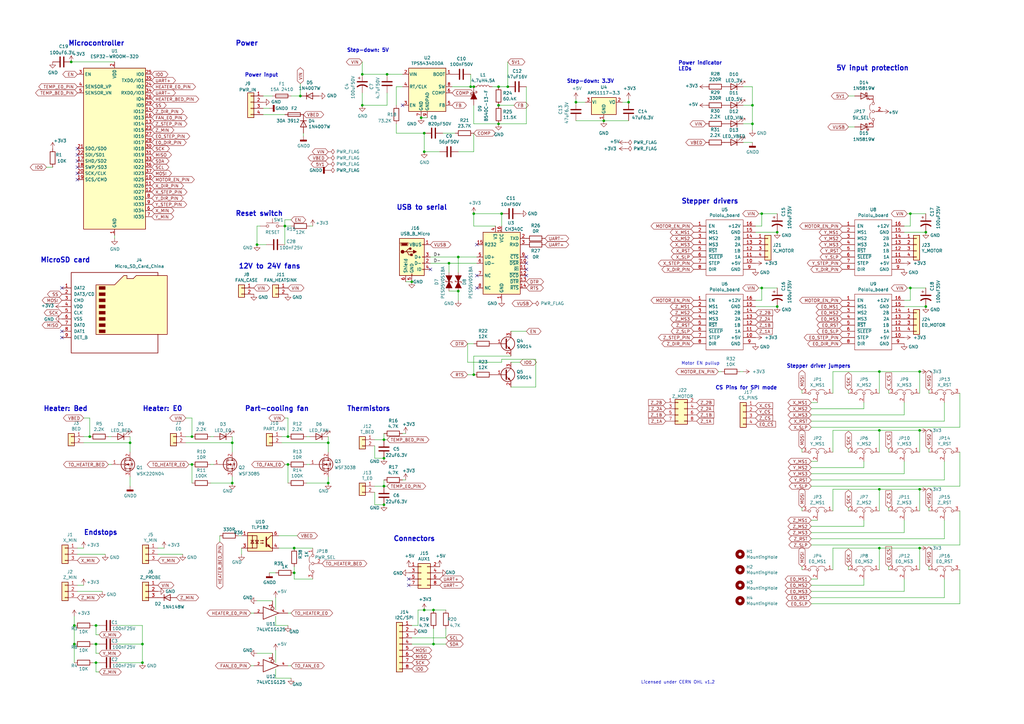
<source format=kicad_sch>
(kicad_sch (version 20211123) (generator eeschema)
  (paper "A3")
  (title_block (title "MRR ESPA") (date "2019-10-06") (rev "v1.3"))
  (junction (at 193.04 35.56))
  (junction (at 360.68 152.4))
  (junction (at 29.21 25.4))
  (junction (at 208.28 35.56))
  (junction (at 95.25 181.61))
  (junction (at 118.11 179.07))
  (junction (at 134.62 198.12))
  (junction (at 173.99 62.23))
  (junction (at 360.68 200.66))
  (junction (at 172.72 48.26))
  (junction (at 123.19 39.37))
  (junction (at 134.62 181.61))
  (junction (at 53.34 181.61))
  (junction (at 247.65 49.53))
  (junction (at 308.61 43.18))
  (junction (at 318.77 125.73))
  (junction (at 58.42 271.78))
  (junction (at 204.47 35.56))
  (junction (at 379.73 95.25))
  (junction (at 95.25 198.12))
  (junction (at 36.83 179.07))
  (junction (at 118.11 190.5))
  (junction (at 377.19 200.66))
  (junction (at 105.41 100.33))
  (junction (at 158.75 30.48))
  (junction (at 379.73 125.73))
  (junction (at 377.19 152.4))
  (junction (at 318.77 95.25))
  (junction (at 177.8 264.16))
  (junction (at 173.99 250.19))
  (junction (at 39.37 256.54))
  (junction (at 30.48 256.54))
  (junction (at 173.99 54.61))
  (junction (at 373.38 118.11))
  (junction (at 360.68 224.79))
  (junction (at 194.31 153.67))
  (junction (at 39.37 271.78))
  (junction (at 78.74 179.07))
  (junction (at 312.42 87.63))
  (junction (at 58.42 264.16))
  (junction (at 187.96 105.41))
  (junction (at 78.74 190.5))
  (junction (at 377.19 176.53))
  (junction (at 194.31 35.56))
  (junction (at 312.42 118.11))
  (junction (at 187.96 119.38))
  (junction (at 194.31 87.63))
  (junction (at 204.47 50.8))
  (junction (at 236.22 41.91))
  (junction (at 148.59 43.18))
  (junction (at 360.68 176.53))
  (junction (at 120.65 224.79))
  (junction (at 39.37 264.16))
  (junction (at 157.48 180.34))
  (junction (at 177.8 250.19))
  (junction (at 377.19 224.79))
  (junction (at 308.61 50.8))
  (junction (at 184.15 107.95))
  (junction (at 373.38 87.63))
  (junction (at 257.81 41.91))
  (junction (at 205.74 87.63))
  (junction (at 120.65 234.95))
  (junction (at 157.48 199.39))
  (junction (at 116.84 92.71))
  (junction (at 204.47 43.18))
  (junction (at 168.91 115.57))
  (junction (at 30.48 264.16))
  (junction (at 157.48 207.01))
  (junction (at 157.48 187.96))
  (junction (at 148.59 30.48))
  (no_connect (at 167.64 237.49))
  (no_connect (at 165.1 43.18))
  (no_connect (at 31.75 63.5))
  (no_connect (at 195.58 118.11))
  (no_connect (at 25.4 135.89))
  (no_connect (at 31.75 71.12))
  (no_connect (at 215.9 113.03))
  (no_connect (at 31.75 73.66))
  (no_connect (at 215.9 110.49))
  (no_connect (at 195.58 100.33))
  (no_connect (at 215.9 105.41))
  (no_connect (at 25.4 138.43))
  (no_connect (at 195.58 113.03))
  (no_connect (at 25.4 118.11))
  (no_connect (at 31.75 68.58))
  (no_connect (at 31.75 66.04))
  (no_connect (at 215.9 107.95))
  (no_connect (at 31.75 60.96))
  (no_connect (at 167.64 240.03))
  (no_connect (at 176.53 110.49))
  (wire (pts (xy 39.37 260.35) (xy 39.37 256.54)))
  (wire (pts (xy 114.3 224.79) (xy 120.65 224.79)))
  (wire (pts (xy 102.87 251.46) (xy 104.14 251.46)))
  (wire (pts (xy 347.98 161.29) (xy 347.98 160.02)))
  (wire (pts (xy 106.68 92.71) (xy 105.41 92.71)))
  (wire (pts (xy 48.26 271.78) (xy 58.42 271.78)))
  (wire (pts (xy 162.56 50.8) (xy 162.56 54.61)))
  (wire (pts (xy 107.95 44.45) (xy 110.49 44.45)))
  (wire (pts (xy 162.56 35.56) (xy 162.56 43.18)))
  (wire (pts (xy 393.7 223.52) (xy 332.74 223.52)))
  (wire (pts (xy 113.03 245.11) (xy 113.03 250.19)))
  (wire (pts (xy 332.74 220.98) (xy 387.35 220.98)))
  (wire (pts (xy 308.61 35.56) (xy 308.61 43.18)))
  (wire (pts (xy 370.84 218.44) (xy 370.84 213.36)))
  (wire (pts (xy 157.48 199.39) (xy 158.75 199.39)))
  (wire (pts (xy 166.37 177.8) (xy 165.1 177.8)))
  (wire (pts (xy 95.25 195.58) (xy 95.25 198.12)))
  (wire (pts (xy 184.15 107.95) (xy 176.53 107.95)))
  (wire (pts (xy 354.33 215.9) (xy 354.33 213.36)))
  (wire (pts (xy 64.77 227.33) (xy 74.93 227.33)))
  (wire (pts (xy 191.77 148.59) (xy 205.74 148.59)))
  (wire (pts (xy 341.63 224.79) (xy 360.68 224.79)))
  (wire (pts (xy 347.98 39.37) (xy 350.52 39.37)))
  (wire (pts (xy 153.67 180.34) (xy 157.48 180.34)))
  (wire (pts (xy 34.29 224.79) (xy 31.75 224.79)))
  (wire (pts (xy 116.84 92.71) (xy 119.38 92.71)))
  (wire (pts (xy 76.2 171.45) (xy 78.74 171.45)))
  (wire (pts (xy 354.33 240.03) (xy 354.33 237.49)))
  (wire (pts (xy 360.68 176.53) (xy 360.68 185.42)))
  (wire (pts (xy 182.88 261.62) (xy 168.91 261.62)))
  (wire (pts (xy 30.48 264.16) (xy 30.48 256.54)))
  (wire (pts (xy 153.67 207.01) (xy 157.48 207.01)))
  (wire (pts (xy 168.91 256.54) (xy 171.45 256.54)))
  (wire (pts (xy 58.42 256.54) (xy 58.42 264.16)))
  (wire (pts (xy 46.99 25.4) (xy 29.21 25.4)))
  (wire (pts (xy 393.7 161.29) (xy 393.7 175.26)))
  (wire (pts (xy 173.99 250.19) (xy 177.8 250.19)))
  (wire (pts (xy 99.06 219.71) (xy 97.79 219.71)))
  (wire (pts (xy 30.48 252.73) (xy 30.48 256.54)))
  (wire (pts (xy 215.9 35.56) (xy 215.9 50.8)))
  (wire (pts (xy 194.31 35.56) (xy 193.04 35.56)))
  (wire (pts (xy 332.74 218.44) (xy 370.84 218.44)))
  (wire (pts (xy 347.98 209.55) (xy 347.98 208.28)))
  (wire (pts (xy 303.53 152.4) (xy 304.8 152.4)))
  (wire (pts (xy 19.05 68.58) (xy 21.59 68.58)))
  (wire (pts (xy 134.62 179.07) (xy 134.62 181.61)))
  (wire (pts (xy 187.96 105.41) (xy 195.58 105.41)))
  (wire (pts (xy 123.19 34.29) (xy 123.19 39.37)))
  (wire (pts (xy 116.84 90.17) (xy 116.84 92.71)))
  (wire (pts (xy 332.74 242.57) (xy 370.84 242.57)))
  (wire (pts (xy 312.42 123.19) (xy 312.42 118.11)))
  (wire (pts (xy 39.37 275.59) (xy 39.37 271.78)))
  (wire (pts (xy 134.62 195.58) (xy 134.62 198.12)))
  (wire (pts (xy 105.41 92.71) (xy 105.41 100.33)))
  (wire (pts (xy 381 161.29) (xy 381 160.02)))
  (wire (pts (xy 110.49 234.95) (xy 113.03 234.95)))
  (wire (pts (xy 90.17 222.25) (xy 90.17 219.71)))
  (wire (pts (xy 187.96 111.76) (xy 187.96 105.41)))
  (wire (pts (xy 166.37 196.85) (xy 165.1 196.85)))
  (wire (pts (xy 125.73 190.5) (xy 127 190.5)))
  (wire (pts (xy 120.65 237.49) (xy 120.65 234.95)))
  (wire (pts (xy 236.22 49.53) (xy 247.65 49.53)))
  (wire (pts (xy 377.19 176.53) (xy 377.19 185.42)))
  (wire (pts (xy 236.22 41.91) (xy 240.03 41.91)))
  (wire (pts (xy 370.84 92.71) (xy 373.38 92.71)))
  (wire (pts (xy 191.77 148.59) (xy 191.77 140.97)))
  (wire (pts (xy 381 209.55) (xy 381 208.28)))
  (wire (pts (xy 78.74 171.45) (xy 78.74 179.07)))
  (wire (pts (xy 312.42 92.71) (xy 312.42 87.63)))
  (wire (pts (xy 119.38 90.17) (xy 116.84 90.17)))
  (wire (pts (xy 121.92 219.71) (xy 114.3 219.71)))
  (wire (pts (xy 209.55 135.89) (xy 215.9 135.89)))
  (wire (pts (xy 86.36 179.07) (xy 87.63 179.07)))
  (wire (pts (xy 48.26 256.54) (xy 58.42 256.54)))
  (wire (pts (xy 387.35 220.98) (xy 387.35 213.36)))
  (wire (pts (xy 309.88 123.19) (xy 312.42 123.19)))
  (wire (pts (xy 153.67 199.39) (xy 157.48 199.39)))
  (wire (pts (xy 328.93 233.68) (xy 328.93 232.41)))
  (wire (pts (xy 182.88 264.16) (xy 177.8 264.16)))
  (wire (pts (xy 208.28 25.4) (xy 208.28 35.56)))
  (wire (pts (xy 377.19 224.79) (xy 360.68 224.79)))
  (wire (pts (xy 187.96 62.23) (xy 194.31 62.23)))
  (wire (pts (xy 107.95 39.37) (xy 111.76 39.37)))
  (wire (pts (xy 38.1 264.16) (xy 39.37 264.16)))
  (wire (pts (xy 347.98 52.07) (xy 350.52 52.07)))
  (wire (pts (xy 102.87 273.05) (xy 104.14 273.05)))
  (wire (pts (xy 177.8 257.81) (xy 177.8 264.16)))
  (wire (pts (xy 194.31 50.8) (xy 204.47 50.8)))
  (wire (pts (xy 332.74 245.11) (xy 387.35 245.11)))
  (wire (pts (xy 113.03 256.54) (xy 118.11 256.54)))
  (wire (pts (xy 116.84 46.99) (xy 107.95 46.99)))
  (wire (pts (xy 354.33 167.64) (xy 354.33 165.1)))
  (wire (pts (xy 370.84 123.19) (xy 373.38 123.19)))
  (wire (pts (xy 205.74 148.59) (xy 205.74 147.32)))
  (wire (pts (xy 67.31 224.79) (xy 64.77 224.79)))
  (wire (pts (xy 219.71 147.32) (xy 219.71 158.75)))
  (wire (pts (xy 46.99 96.52) (xy 46.99 97.79)))
  (wire (pts (xy 44.45 190.5) (xy 45.72 190.5)))
  (wire (pts (xy 194.31 92.71) (xy 194.31 87.63)))
  (wire (pts (xy 113.03 274.32) (xy 113.03 278.13)))
  (wire (pts (xy 393.7 247.65) (xy 332.74 247.65)))
  (wire (pts (xy 34.29 179.07) (xy 36.83 179.07)))
  (wire (pts (xy 203.2 92.71) (xy 194.31 92.71)))
  (wire (pts (xy 304.8 50.8) (xy 308.61 50.8)))
  (wire (pts (xy 332.74 194.31) (xy 370.84 194.31)))
  (wire (pts (xy 335.28 165.1) (xy 332.74 165.1)))
  (wire (pts (xy 31.75 227.33) (xy 43.18 227.33)))
  (wire (pts (xy 255.27 41.91) (xy 257.81 41.91)))
  (wire (pts (xy 36.83 171.45) (xy 36.83 179.07)))
  (wire (pts (xy 373.38 92.71) (xy 373.38 87.63)))
  (wire (pts (xy 332.74 191.77) (xy 354.33 191.77)))
  (wire (pts (xy 205.74 147.32) (xy 219.71 147.32)))
  (wire (pts (xy 187.96 119.38) (xy 187.96 123.19)))
  (wire (pts (xy 387.35 196.85) (xy 387.35 189.23)))
  (wire (pts (xy 78.74 190.5) (xy 78.74 198.12)))
  (wire (pts (xy 360.68 200.66) (xy 360.68 209.55)))
  (wire (pts (xy 209.55 146.05) (xy 194.31 146.05)))
  (wire (pts (xy 99.06 224.79) (xy 99.06 227.33)))
  (wire (pts (xy 373.38 118.11) (xy 372.11 118.11)))
  (wire (pts (xy 341.63 200.66) (xy 360.68 200.66)))
  (wire (pts (xy 393.7 209.55) (xy 393.7 223.52)))
  (wire (pts (xy 157.48 196.85) (xy 157.48 199.39)))
  (wire (pts (xy 38.1 271.78) (xy 39.37 271.78)))
  (wire (pts (xy 364.49 233.68) (xy 364.49 232.41)))
  (wire (pts (xy 34.29 171.45) (xy 36.83 171.45)))
  (wire (pts (xy 332.74 240.03) (xy 354.33 240.03)))
  (wire (pts (xy 182.88 250.19) (xy 177.8 250.19)))
  (wire (pts (xy 209.55 148.59) (xy 213.36 148.59)))
  (wire (pts (xy 308.61 50.8) (xy 308.61 53.34)))
  (wire (pts (xy 45.72 179.07) (xy 44.45 179.07)))
  (wire (pts (xy 370.84 170.18) (xy 370.84 165.1)))
  (wire (pts (xy 40.64 275.59) (xy 39.37 275.59)))
  (wire (pts (xy 34.29 181.61) (xy 53.34 181.61)))
  (wire (pts (xy 309.88 95.25) (xy 318.77 95.25)))
  (wire (pts (xy 58.42 264.16) (xy 58.42 271.78)))
  (wire (pts (xy 332.74 167.64) (xy 354.33 167.64)))
  (wire (pts (xy 332.74 170.18) (xy 370.84 170.18)))
  (wire (pts (xy 39.37 267.97) (xy 39.37 264.16)))
  (wire (pts (xy 364.49 160.02) (xy 364.49 161.29)))
  (wire (pts (xy 191.77 140.97) (xy 194.31 140.97)))
  (wire (pts (xy 341.63 152.4) (xy 360.68 152.4)))
  (wire (pts (xy 166.37 115.57) (xy 168.91 115.57)))
  (wire (pts (xy 194.31 62.23) (xy 194.31 54.61)))
  (wire (pts (xy 148.59 25.4) (xy 148.59 30.48)))
  (wire (pts (xy 377.19 200.66) (xy 377.19 209.55)))
  (wire (pts (xy 172.72 48.26) (xy 175.26 48.26)))
  (wire (pts (xy 39.37 256.54) (xy 40.64 256.54)))
  (wire (pts (xy 153.67 187.96) (xy 157.48 187.96)))
  (wire (pts (xy 312.42 118.11) (xy 311.15 118.11)))
  (wire (pts (xy 153.67 201.93) (xy 153.67 207.01)))
  (wire (pts (xy 364.49 208.28) (xy 364.49 209.55)))
  (wire (pts (xy 116.84 92.71) (xy 116.84 100.33)))
  (wire (pts (xy 30.48 271.78) (xy 30.48 264.16)))
  (wire (pts (xy 173.99 54.61) (xy 173.99 62.23)))
  (wire (pts (xy 194.31 43.18) (xy 194.31 50.8)))
  (wire (pts (xy 332.74 196.85) (xy 387.35 196.85)))
  (wire (pts (xy 309.88 92.71) (xy 312.42 92.71)))
  (wire (pts (xy 393.7 233.68) (xy 393.7 247.65)))
  (wire (pts (xy 123.19 39.37) (xy 119.38 39.37)))
  (wire (pts (xy 162.56 54.61) (xy 173.99 54.61)))
  (wire (pts (xy 236.22 40.64) (xy 236.22 41.91)))
  (wire (pts (xy 53.34 195.58) (xy 53.34 199.39)))
  (wire (pts (xy 304.8 58.42) (xy 308.61 58.42)))
  (wire (pts (xy 118.11 198.12) (xy 118.11 190.5)))
  (wire (pts (xy 116.84 171.45) (xy 118.11 171.45)))
  (wire (pts (xy 39.37 264.16) (xy 40.64 264.16)))
  (wire (pts (xy 370.84 125.73) (xy 379.73 125.73)))
  (wire (pts (xy 134.62 181.61) (xy 134.62 185.42)))
  (wire (pts (xy 76.2 179.07) (xy 78.74 179.07)))
  (wire (pts (xy 148.59 38.1) (xy 148.59 43.18)))
  (wire (pts (xy 158.75 43.18) (xy 148.59 43.18)))
  (wire (pts (xy 86.36 190.5) (xy 87.63 190.5)))
  (wire (pts (xy 377.19 176.53) (xy 360.68 176.53)))
  (wire (pts (xy 120.65 232.41) (xy 120.65 234.95)))
  (wire (pts (xy 377.19 200.66) (xy 360.68 200.66)))
  (wire (pts (xy 113.03 252.73) (xy 113.03 256.54)))
  (wire (pts (xy 177.8 264.16) (xy 168.91 264.16)))
  (wire (pts (xy 118.11 179.07) (xy 115.57 179.07)))
  (wire (pts (xy 39.37 271.78) (xy 40.64 271.78)))
  (wire (pts (xy 127 92.71) (xy 128.27 92.71)))
  (wire (pts (xy 377.19 152.4) (xy 360.68 152.4)))
  (wire (pts (xy 257.81 49.53) (xy 247.65 49.53)))
  (wire (pts (xy 393.7 185.42) (xy 393.7 199.39)))
  (wire (pts (xy 180.34 62.23) (xy 173.99 62.23)))
  (wire (pts (xy 157.48 180.34) (xy 158.75 180.34)))
  (wire (pts (xy 205.74 87.63) (xy 194.31 87.63)))
  (wire (pts (xy 328.93 161.29) (xy 328.93 160.02)))
  (wire (pts (xy 205.74 92.71) (xy 205.74 87.63)))
  (wire (pts (xy 195.58 107.95) (xy 184.15 107.95)))
  (wire (pts (xy 182.88 257.81) (xy 182.88 261.62)))
  (wire (pts (xy 77.47 190.5) (xy 78.74 190.5)))
  (wire (pts (xy 171.45 250.19) (xy 173.99 250.19)))
  (wire (pts (xy 370.84 194.31) (xy 370.84 189.23)))
  (wire (pts (xy 113.03 266.7) (xy 113.03 271.78)))
  (wire (pts (xy 176.53 105.41) (xy 187.96 105.41)))
  (wire (pts (xy 379.73 118.11) (xy 373.38 118.11)))
  (wire (pts (xy 312.42 87.63) (xy 311.15 87.63)))
  (wire (pts (xy 328.93 185.42) (xy 328.93 184.15)))
  (wire (pts (xy 328.93 209.55) (xy 328.93 208.28)))
  (wire (pts (xy 181.61 54.61) (xy 186.69 54.61)))
  (wire (pts (xy 215.9 50.8) (xy 204.47 50.8)))
  (wire (pts (xy 318.77 87.63) (xy 312.42 87.63)))
  (wire (pts (xy 347.98 233.68) (xy 347.98 232.41)))
  (wire (pts (xy 113.03 278.13) (xy 119.38 278.13)))
  (wire (pts (xy 341.63 209.55) (xy 341.63 200.66)))
  (wire (pts (xy 38.1 256.54) (xy 39.37 256.54)))
  (wire (pts (xy 105.41 267.97) (xy 111.76 267.97)))
  (wire (pts (xy 158.75 30.48) (xy 148.59 30.48)))
  (wire (pts (xy 120.65 224.79) (xy 128.27 224.79)))
  (wire (pts (xy 40.64 260.35) (xy 39.37 260.35)))
  (wire (pts (xy 387.35 172.72) (xy 387.35 165.1)))
  (wire (pts (xy 158.75 38.1) (xy 158.75 43.18)))
  (wire (pts (xy 165.1 30.48) (xy 158.75 30.48)))
  (wire (pts (xy 53.34 179.07) (xy 53.34 181.61)))
  (wire (pts (xy 354.33 191.77) (xy 354.33 189.23)))
  (wire (pts (xy 304.8 35.56) (xy 308.61 35.56)))
  (wire (pts (xy 335.28 237.49) (xy 332.74 237.49)))
  (wire (pts (xy 360.68 152.4) (xy 360.68 161.29)))
  (wire (pts (xy 360.68 224.79) (xy 360.68 233.68)))
  (wire (pts (xy 171.45 256.54) (xy 171.45 250.19)))
  (wire (pts (xy 341.63 185.42) (xy 341.63 176.53)))
  (wire (pts (xy 157.48 177.8) (xy 157.48 180.34)))
  (wire (pts (xy 118.11 251.46) (xy 119.38 251.46)))
  (wire (pts (xy 184.15 111.76) (xy 184.15 107.95)))
  (wire (pts (xy 393.7 175.26) (xy 332.74 175.26)))
  (wire (pts (xy 118.11 273.05) (xy 119.38 273.05)))
  (wire (pts (xy 184.15 119.38) (xy 187.96 119.38)))
  (wire (pts (xy 377.19 152.4) (xy 377.19 161.29)))
  (wire (pts (xy 194.31 146.05) (xy 194.31 153.67)))
  (wire (pts (xy 31.75 242.57) (xy 41.91 242.57)))
  (wire (pts (xy 95.25 179.07) (xy 95.25 181.61)))
  (wire (pts (xy 201.93 35.56) (xy 204.47 35.56)))
  (wire (pts (xy 34.29 240.03) (xy 31.75 240.03)))
  (wire (pts (xy 364.49 184.15) (xy 364.49 185.42)))
  (wire (pts (xy 185.42 35.56) (xy 193.04 35.56)))
  (wire (pts (xy 370.84 242.57) (xy 370.84 237.49)))
  (wire (pts (xy 115.57 181.61) (xy 134.62 181.61)))
  (wire (pts (xy 257.81 40.64) (xy 257.81 41.91)))
  (wire (pts (xy 341.63 176.53) (xy 360.68 176.53)))
  (wire (pts (xy 332.74 172.72) (xy 387.35 172.72)))
  (wire (pts (xy 76.2 181.61) (xy 95.25 181.61)))
  (wire (pts (xy 347.98 185.42) (xy 347.98 184.15)))
  (wire (pts (xy 304.8 43.18) (xy 308.61 43.18)))
  (wire (pts (xy 165.1 35.56) (xy 162.56 35.56)))
  (wire (pts (xy 341.63 233.68) (xy 341.63 224.79)))
  (wire (pts (xy 219.71 158.75) (xy 209.55 158.75)))
  (wire (pts (xy 318.77 118.11) (xy 312.42 118.11)))
  (wire (pts (xy 308.61 43.18) (xy 308.61 50.8)))
  (wire (pts (xy 379.73 87.63) (xy 373.38 87.63)))
  (wire (pts (xy 208.28 35.56) (xy 204.47 35.56)))
  (wire (pts (xy 40.64 267.97) (xy 39.37 267.97)))
  (wire (pts (xy 393.7 199.39) (xy 332.74 199.39)))
  (wire (pts (xy 370.84 95.25) (xy 379.73 95.25)))
  (wire (pts (xy 105.41 246.38) (xy 111.76 246.38)))
  (wire (pts (xy 204.47 43.18) (xy 210.82 43.18)))
  (wire (pts (xy 387.35 245.11) (xy 387.35 237.49)))
  (wire (pts (xy 48.26 264.16) (xy 58.42 264.16)))
  (wire (pts (xy 118.11 171.45) (xy 118.11 179.07)))
  (wire (pts (xy 53.34 181.61) (xy 53.34 185.42)))
  (wire (pts (xy 294.64 152.4) (xy 295.91 152.4)))
  (wire (pts (xy 125.73 198.12) (xy 134.62 198.12)))
  (wire (pts (xy 95.25 181.61) (xy 95.25 185.42)))
  (wire (pts (xy 191.77 153.67) (xy 194.31 153.67)))
  (wire (pts (xy 335.28 189.23) (xy 332.74 189.23)))
  (wire (pts (xy 373.38 123.19) (xy 373.38 118.11)))
  (wire (pts (xy 86.36 198.12) (xy 95.25 198.12)))
  (wire (pts (xy 381 185.42) (xy 381 184.15)))
  (wire (pts (xy 193.04 35.56) (xy 193.04 30.48)))
  (wire (pts (xy 124.46 54.61) (xy 124.46 55.88)))
  (wire (pts (xy 309.88 125.73) (xy 318.77 125.73)))
  (wire (pts (xy 381 233.68) (xy 381 232.41)))
  (wire (pts (xy 128.27 237.49) (xy 120.65 237.49)))
  (wire (pts (xy 127 179.07) (xy 125.73 179.07)))
  (wire (pts (xy 341.63 161.29) (xy 341.63 152.4)))
  (wire (pts (xy 153.67 182.88) (xy 153.67 187.96)))
  (wire (pts (xy 332.74 215.9) (xy 354.33 215.9)))
  (wire (pts (xy 377.19 224.79) (xy 377.19 233.68)))
  (wire (pts (xy 373.38 87.63) (xy 372.11 87.63)))
  (wire (pts (xy 335.28 213.36) (xy 332.74 213.36)))
  (wire (pts (xy 109.22 100.33) (xy 105.41 100.33)))
  (wire (pts (xy 116.84 190.5) (xy 118.11 190.5)))
  (text "5V input protection" (at 342.9 29.21 0) (effects (font (size 2.0066 2.0066) (thickness 0.4013) bold) (justify left bottom)))
  (text "Microcontroller" (at 27.94 19.05 0) (effects (font (size 2.0066 2.0066) (thickness 0.4013) bold) (justify left bottom)))
  (text "12V to 24V fans" (at 97.79 110.49 0) (effects (font (size 2.0066 2.0066) (thickness 0.4013) bold) (justify left bottom)))
  (text "Heater: E0" (at 58.42 168.91 0) (effects (font (size 2.0066 2.0066) (thickness 0.4013) bold) (justify left bottom)))
  (text "Reset switch" (at 96.52 88.9 0) (effects (font (size 2.0066 2.0066) (thickness 0.4013) bold) (justify left bottom)))
  (text "CS Pins for SPI mode" (at 293.37 160.02 0) (effects (font (size 1.4986 1.4986) (thickness 0.2997) bold) (justify left bottom)))
  (text "Part-cooling fan" (at 100.33 168.91 0) (effects (font (size 2.0066 2.0066) (thickness 0.4013) bold) (justify left bottom)))
  (text "Step-down: 5V" (at 142.24 21.59 0) (effects (font (size 1.4986 1.4986) (thickness 0.2997) bold) (justify left bottom)))
  (text "Power" (at 96.52 19.05 0) (effects (font (size 2.0066 2.0066) (thickness 0.4013) bold) (justify left bottom)))
  (text "Licensed under CERN OHL v1.2" (at 262.89 280.67 0) (effects (font (size 1.27 1.27)) (justify left bottom)))
  (text "Power indicator\nLEDs" (at 278.13 29.21 0) (effects (font (size 1.4986 1.4986) (thickness 0.2997) bold) (justify left bottom)))
  (text "Stepper driver jumpers" (at 322.58 151.13 0) (effects (font (size 1.4986 1.4986) (thickness 0.2997) bold) (justify left bottom)))
  (text "Motor EN pullup" (at 279.4 149.86 0) (effects (font (size 1.27 1.27)) (justify left bottom)))
  (text "Heater: Bed" (at 17.78 168.91 0) (effects (font (size 2.0066 2.0066) (thickness 0.4013) bold) (justify left bottom)))
  (text "Step-down: 3.3V" (at 232.41 34.29 0) (effects (font (size 1.4986 1.4986) (thickness 0.2997) bold) (justify left bottom)))
  (text "MicroSD card" (at 16.51 107.95 0) (effects (font (size 2.0066 2.0066) (thickness 0.4013) bold) (justify left bottom)))
  (text "Connectors" (at 161.29 222.25 0) (effects (font (size 2.0066 2.0066) (thickness 0.4013) bold) (justify left bottom)))
  (text "Endstops" (at 34.29 219.71 0) (effects (font (size 2.0066 2.0066) (thickness 0.4013) bold) (justify left bottom)))
  (text "USB to serial" (at 162.56 86.36 0) (effects (font (size 2.0066 2.0066) (thickness 0.4013) bold) (justify left bottom)))
  (text "Thermistors" (at 142.24 168.91 0) (effects (font (size 2.0066 2.0066) (thickness 0.4013) bold) (justify left bottom)))
  (text "Stepper drivers" (at 279.4 83.82 0) (effects (font (size 2.0066 2.0066) (thickness 0.4013) bold) (justify left bottom)))
  (text "Power input" (at 100.33 31.75 0) (effects (font (size 1.4986 1.4986) (thickness 0.2997) bold) (justify left bottom)))
  (label "D-" (at 177.8 107.95 0))
  (label "D+" (at 177.8 105.41 0))
  (global_label "X_SLP" (shape bidirectional) (at 284.48 105.41 180) (property "Intersheet References" "${INTERSHEET_REFS}" (effects hide)))
  (global_label "Y_CS" (shape input) (at 364.49 184.15 90) (property "Intersheet References" "${INTERSHEET_REFS}" (effects hide)))
  (global_label "E0_MS3" (shape bidirectional) (at 332.74 242.57 180) (property "Intersheet References" "${INTERSHEET_REFS}" (effects hide)))
  (global_label "MOTOR_EN_PIN" (shape bidirectional) (at 294.64 152.4 180) (property "Intersheet References" "${INTERSHEET_REFS}" (effects hide)))
  (global_label "RTS" (shape bidirectional) (at 191.77 153.67 180) (property "Intersheet References" "${INTERSHEET_REFS}" (effects hide)))
  (global_label "X_MIN" (shape bidirectional) (at 31.75 229.87 0) (property "Intersheet References" "${INTERSHEET_REFS}" (effects hide)))
  (global_label "Y_DIR_PIN" (shape bidirectional) (at 345.44 110.49 180) (property "Intersheet References" "${INTERSHEET_REFS}" (effects hide)))
  (global_label "UART-" (shape bidirectional) (at 62.23 38.1 0) (property "Intersheet References" "${INTERSHEET_REFS}" (effects hide)))
  (global_label "Z_MIN" (shape bidirectional) (at 40.64 275.59 0) (property "Intersheet References" "${INTERSHEET_REFS}" (effects hide)))
  (global_label "Z_SLP" (shape bidirectional) (at 332.74 223.52 180) (property "Intersheet References" "${INTERSHEET_REFS}" (effects hide)))
  (global_label "MOSI" (shape bidirectional) (at 328.93 208.28 90) (property "Intersheet References" "${INTERSHEET_REFS}" (effects hide)))
  (global_label "X_DIR_PIN" (shape bidirectional) (at 284.48 110.49 180) (property "Intersheet References" "${INTERSHEET_REFS}" (effects hide)))
  (global_label "E0_SLP" (shape bidirectional) (at 332.74 247.65 180) (property "Intersheet References" "${INTERSHEET_REFS}" (effects hide)))
  (global_label "FAN_E0_PIN" (shape bidirectional) (at 102.87 273.05 180) (property "Intersheet References" "${INTERSHEET_REFS}" (effects hide)))
  (global_label "RTS" (shape bidirectional) (at 215.9 118.11 0) (property "Intersheet References" "${INTERSHEET_REFS}" (effects hide)))
  (global_label "EN" (shape bidirectional) (at 31.75 30.48 180) (property "Intersheet References" "${INTERSHEET_REFS}" (effects hide)))
  (global_label "Z_MS2" (shape bidirectional) (at 332.74 215.9 180) (property "Intersheet References" "${INTERSHEET_REFS}" (effects hide)))
  (global_label "E0_STEP_PIN" (shape bidirectional) (at 62.23 55.88 0) (property "Intersheet References" "${INTERSHEET_REFS}" (effects hide)))
  (global_label "SS" (shape bidirectional) (at 25.4 120.65 180) (property "Intersheet References" "${INTERSHEET_REFS}" (effects hide)))
  (global_label "EN" (shape bidirectional) (at 215.9 135.89 0) (property "Intersheet References" "${INTERSHEET_REFS}" (effects hide)))
  (global_label "X_MIN" (shape bidirectional) (at 62.23 86.36 0) (property "Intersheet References" "${INTERSHEET_REFS}" (effects hide)))
  (global_label "VIN" (shape bidirectional) (at 104.14 118.11 0) (property "Intersheet References" "${INTERSHEET_REFS}" (effects hide)))
  (global_label "Z_MS2" (shape bidirectional) (at 284.48 128.27 180) (property "Intersheet References" "${INTERSHEET_REFS}" (effects hide)))
  (global_label "FB" (shape bidirectional) (at 210.82 43.18 0) (property "Intersheet References" "${INTERSHEET_REFS}" (effects hide)))
  (global_label "SCK" (shape bidirectional) (at 347.98 208.28 90) (property "Intersheet References" "${INTERSHEET_REFS}" (effects hide)))
  (global_label "VIN" (shape bidirectional) (at 118.11 118.11 0) (property "Intersheet References" "${INTERSHEET_REFS}" (effects hide)))
  (global_label "VIN" (shape bidirectional) (at 64.77 240.03 0) (property "Intersheet References" "${INTERSHEET_REFS}" (effects hide)))
  (global_label "COMP" (shape bidirectional) (at 194.31 54.61 0) (property "Intersheet References" "${INTERSHEET_REFS}" (effects hide)))
  (global_label "X_MS1" (shape bidirectional) (at 284.48 95.25 180) (property "Intersheet References" "${INTERSHEET_REFS}" (effects hide)))
  (global_label "Y_RST" (shape bidirectional) (at 345.44 102.87 180) (property "Intersheet References" "${INTERSHEET_REFS}" (effects hide)))
  (global_label "Z_CS" (shape input) (at 364.49 208.28 90) (property "Intersheet References" "${INTERSHEET_REFS}" (effects hide)))
  (global_label "SCK" (shape bidirectional) (at 347.98 160.02 90) (property "Intersheet References" "${INTERSHEET_REFS}" (effects hide)))
  (global_label "TO_HEATER_E0" (shape bidirectional) (at 119.38 251.46 0) (property "Intersheet References" "${INTERSHEET_REFS}" (effects hide)))
  (global_label "E0_STEP_PIN" (shape bidirectional) (at 345.44 138.43 180) (property "Intersheet References" "${INTERSHEET_REFS}" (effects hide)))
  (global_label "X_CS" (shape input) (at 364.49 160.02 90) (property "Intersheet References" "${INTERSHEET_REFS}" (effects hide)))
  (global_label "TO_FAN_E0" (shape bidirectional) (at 116.84 190.5 180) (property "Intersheet References" "${INTERSHEET_REFS}" (effects hide)))
  (global_label "VUSB" (shape bidirectional) (at 176.53 100.33 0) (property "Intersheet References" "${INTERSHEET_REFS}" (effects hide)))
  (global_label "Y_DIR_PIN" (shape bidirectional) (at 62.23 81.28 0) (property "Intersheet References" "${INTERSHEET_REFS}" (effects hide)))
  (global_label "VIN" (shape bidirectional) (at 76.2 171.45 180) (property "Intersheet References" "${INTERSHEET_REFS}" (effects hide)))
  (global_label "Y_MS3" (shape bidirectional) (at 332.74 194.31 180) (property "Intersheet References" "${INTERSHEET_REFS}" (effects hide)))
  (global_label "VUSB" (shape bidirectional) (at 218.44 124.46 180) (property "Intersheet References" "${INTERSHEET_REFS}" (effects hide)))
  (global_label "Z_1B" (shape input) (at 273.05 170.18 180) (property "Intersheet References" "${INTERSHEET_REFS}" (effects hide)))
  (global_label "X_MS2" (shape bidirectional) (at 332.74 167.64 180) (property "Intersheet References" "${INTERSHEET_REFS}" (effects hide)))
  (global_label "X_MS3" (shape bidirectional) (at 284.48 100.33 180) (property "Intersheet References" "${INTERSHEET_REFS}" (effects hide)))
  (global_label "Z_STEP_PIN" (shape bidirectional) (at 284.48 138.43 180) (property "Intersheet References" "${INTERSHEET_REFS}" (effects hide)))
  (global_label "MISO" (shape bidirectional) (at 25.4 133.35 180) (property "Intersheet References" "${INTERSHEET_REFS}" (effects hide)))
  (global_label "Z_2A" (shape input) (at 309.88 130.81 0) (property "Intersheet References" "${INTERSHEET_REFS}" (effects hide)))
  (global_label "MISO" (shape bidirectional) (at 381 208.28 90) (property "Intersheet References" "${INTERSHEET_REFS}" (effects hide)))
  (global_label "Y_MS2" (shape bidirectional) (at 332.74 191.77 180) (property "Intersheet References" "${INTERSHEET_REFS}" (effects hide)))
  (global_label "SCK" (shape bidirectional) (at 347.98 184.15 90) (property "Intersheet References" "${INTERSHEET_REFS}" (effects hide)))
  (global_label "VBED" (shape bidirectional) (at 134.62 64.77 180) (property "Intersheet References" "${INTERSHEET_REFS}" (effects hide)))
  (global_label "VIN" (shape bidirectional) (at 289.56 50.8 180) (property "Intersheet References" "${INTERSHEET_REFS}" (effects hide)))
  (global_label "Z_RST" (shape bidirectional) (at 332.74 220.98 180) (property "Intersheet References" "${INTERSHEET_REFS}" (effects hide)))
  (global_label "Z_1B" (shape input) (at 309.88 133.35 0) (property "Intersheet References" "${INTERSHEET_REFS}" (effects hide)))
  (global_label "SDA" (shape bidirectional) (at 62.23 66.04 0) (property "Intersheet References" "${INTERSHEET_REFS}" (effects hide)))
  (global_label "Z_MS1" (shape bidirectional) (at 332.74 213.36 180) (property "Intersheet References" "${INTERSHEET_REFS}" (effects hide)))
  (global_label "TEMP_BED_PIN" (shape bidirectional) (at 31.75 38.1 180) (property "Intersheet References" "${INTERSHEET_REFS}" (effects hide)))
  (global_label "TO_HEATER_BED" (shape bidirectional) (at 132.08 231.14 0) (property "Intersheet References" "${INTERSHEET_REFS}" (effects hide)))
  (global_label "Y_MS2" (shape bidirectional) (at 345.44 97.79 180) (property "Intersheet References" "${INTERSHEET_REFS}" (effects hide)))
  (global_label "Z_MIN" (shape bidirectional) (at 62.23 53.34 0) (property "Intersheet References" "${INTERSHEET_REFS}" (effects hide)))
  (global_label "VIN" (shape bidirectional) (at 116.84 171.45 180) (property "Intersheet References" "${INTERSHEET_REFS}" (effects hide)))
  (global_label "Z_MIN" (shape bidirectional) (at 31.75 245.11 0) (property "Intersheet References" "${INTERSHEET_REFS}" (effects hide)))
  (global_label "SDA" (shape bidirectional) (at 182.88 264.16 0) (property "Intersheet References" "${INTERSHEET_REFS}" (effects hide)))
  (global_label "5V1" (shape bidirectional) (at 347.98 39.37 180) (property "Intersheet References" "${INTERSHEET_REFS}" (effects hide)))
  (global_label "E0_RST" (shape bidirectional) (at 345.44 133.35 180) (property "Intersheet References" "${INTERSHEET_REFS}" (effects hide)))
  (global_label "VBED" (shape bidirectional) (at 124.46 46.99 0) (property "Intersheet References" "${INTERSHEET_REFS}" (effects hide)))
  (global_label "VIN" (shape bidirectional) (at 123.19 34.29 90) (property "Intersheet References" "${INTERSHEET_REFS}" (effects hide)))
  (global_label "5V1" (shape bidirectional) (at 208.28 25.4 0) (property "Intersheet References" "${INTERSHEET_REFS}" (effects hide)))
  (global_label "Y_STEP_PIN" (shape bidirectional) (at 62.23 83.82 0) (property "Intersheet References" "${INTERSHEET_REFS}" (effects hide)))
  (global_label "Z_MS1" (shape bidirectional) (at 284.48 125.73 180) (property "Intersheet References" "${INTERSHEET_REFS}" (effects hide)))
  (global_label "Y_SLP" (shape bidirectional) (at 345.44 105.41 180) (property "Intersheet References" "${INTERSHEET_REFS}" (effects hide)))
  (global_label "TEMP_E0_PIN" (shape bidirectional) (at 31.75 35.56 180) (property "Intersheet References" "${INTERSHEET_REFS}" (effects hide)))
  (global_label "Y_MS1" (shape bidirectional) (at 345.44 95.25 180) (property "Intersheet References" "${INTERSHEET_REFS}" (effects hide)))
  (global_label "Y_CS" (shape input) (at 309.88 168.91 0) (property "Intersheet References" "${INTERSHEET_REFS}" (effects hide)))
  (global_label "X_RST" (shape bidirectional) (at 332.74 172.72 180) (property "Intersheet References" "${INTERSHEET_REFS}" (effects hide)))
  (global_label "UART-" (shape bidirectional) (at 223.52 97.79 0) (property "Intersheet References" "${INTERSHEET_REFS}" (effects hide)))
  (global_label "Z_MS3" (shape bidirectional) (at 332.74 218.44 180) (property "Intersheet References" "${INTERSHEET_REFS}" (effects hide)))
  (global_label "UART+" (shape bidirectional) (at 223.52 100.33 0) (property "Intersheet References" "${INTERSHEET_REFS}" (effects hide)))
  (global_label "UART+" (shape bidirectional) (at 62.23 33.02 0) (property "Intersheet References" "${INTERSHEET_REFS}" (effects hide)))
  (global_label "DTR" (shape bidirectional) (at 191.77 140.97 180) (property "Intersheet References" "${INTERSHEET_REFS}" (effects hide)))
  (global_label "Z_2B" (shape input) (at 273.05 165.1 180) (property "Intersheet References" "${INTERSHEET_REFS}" (effects hide)))
  (global_label "HEATER_E0_PIN" (shape bidirectional) (at 102.87 251.46 180) (property "Intersheet References" "${INTERSHEET_REFS}" (effects hide)))
  (global_label "E0_MS1" (shape bidirectional) (at 345.44 125.73 180) (property "Intersheet References" "${INTERSHEET_REFS}" (effects hide)))
  (global_label "E0_CS" (shape input) (at 364.49 232.41 90) (property "Intersheet References" "${INTERSHEET_REFS}" (effects hide)))
  (global_label "UART+" (shape bidirectional) (at 180.34 237.49 0) (property "Intersheet References" "${INTERSHEET_REFS}" (effects hide)))
  (global_label "Y_MIN" (shape bidirectional) (at 64.77 229.87 0) (property "Intersheet References" "${INTERSHEET_REFS}" (effects hide)))
  (global_label "Y_MS1" (shape bidirectional) (at 332.74 189.23 180) (property "Intersheet References" "${INTERSHEET_REFS}" (effects hide)))
  (global_label "Y_STEP_PIN" (shape bidirectional) (at 345.44 107.95 180) (property "Intersheet References" "${INTERSHEET_REFS}" (effects hide)))
  (global_label "Z_2B" (shape input) (at 285.75 165.1 0) (property "Intersheet References" "${INTERSHEET_REFS}" (effects hide)))
  (global_label "TEMP_BED_PIN" (shape bidirectional) (at 158.75 180.34 0) (property "Intersheet References" "${INTERSHEET_REFS}" (effects hide)))
  (global_label "MISO" (shape bidirectional) (at 381 160.02 90) (property "Intersheet References" "${INTERSHEET_REFS}" (effects hide)))
  (global_label "VIN" (shape bidirectional) (at 148.59 25.4 180) (property "Intersheet References" "${INTERSHEET_REFS}" (effects hide)))
  (global_label "SCK" (shape bidirectional) (at 347.98 232.41 90) (property "Intersheet References" "${INTERSHEET_REFS}" (effects hide)))
  (global_label "MISO" (shape bidirectional) (at 381 232.41 90) (property "Intersheet References" "${INTERSHEET_REFS}" (effects hide)))
  (global_label "E0_DIR_PIN" (shape bidirectional) (at 62.23 58.42 0) (property "Intersheet References" "${INTERSHEET_REFS}" (effects hide)))
  (global_label "MOTOR_EN_PIN" (shape bidirectional) (at 345.44 123.19 180) (property "Intersheet References" "${INTERSHEET_REFS}" (effects hide)))
  (global_label "SS" (shape bidirectional) (at 62.23 43.18 0) (property "Intersheet References" "${INTERSHEET_REFS}" (effects hide)))
  (global_label "E0_MS2" (shape bidirectional) (at 345.44 128.27 180) (property "Intersheet References" "${INTERSHEET_REFS}" (effects hide)))
  (global_label "HEATER_BED_PIN" (shape bidirectional) (at 62.23 40.64 0) (property "Intersheet References" "${INTERSHEET_REFS}" (effects hide)))
  (global_label "Z_CS" (shape input) (at 309.88 171.45 0) (property "Intersheet References" "${INTERSHEET_REFS}" (effects hide)))
  (global_label "Z_SLP" (shape bidirectional) (at 284.48 135.89 180) (property "Intersheet References" "${INTERSHEET_REFS}" (effects hide)))
  (global_label "IO0" (shape bidirectional) (at 62.23 30.48 0) (property "Intersheet References" "${INTERSHEET_REFS}" (effects hide)))
  (global_label "MISO" (shape bidirectional) (at 62.23 63.5 0) (property "Intersheet References" "${INTERSHEET_REFS}" (effects hide)))
  (global_label "VIN" (shape bidirectional) (at 372.11 118.11 180) (property "Intersheet References" "${INTERSHEET_REFS}" (effects hide)))
  (global_label "HEATER_BED_PIN" (shape bidirectional) (at 90.17 222.25 270) (property "Intersheet References" "${INTERSHEET_REFS}" (effects hide)))
  (global_label "Z_DIR_PIN" (shape bidirectional) (at 284.48 140.97 180) (property "Intersheet References" "${INTERSHEET_REFS}" (effects hide)))
  (global_label "X_DIR_PIN" (shape bidirectional) (at 62.23 76.2 0) (property "Intersheet References" "${INTERSHEET_REFS}" (effects hide)))
  (global_label "X_MS1" (shape bidirectional) (at 332.74 165.1 180) (property "Intersheet References" "${INTERSHEET_REFS}" (effects hide)))
  (global_label "MOTOR_EN_PIN" (shape bidirectional) (at 62.23 73.66 0) (property "Intersheet References" "${INTERSHEET_REFS}" (effects hide)))
  (global_label "Z_DIR_PIN" (shape bidirectional) (at 62.23 45.72 0) (property "Intersheet References" "${INTERSHEET_REFS}" (effects hide)))
  (global_label "VIN" (shape bidirectional) (at 134.62 62.23 180) (property "Intersheet References" "${INTERSHEET_REFS}" (effects hide)))
  (global_label "VBED" (shape bidirectional) (at 121.92 219.71 0) (property "Intersheet References" "${INTERSHEET_REFS}" (effects hide)))
  (global_label "Z_MIN" (shape bidirectional) (at 72.39 245.11 0) (property "Intersheet References" "${INTERSHEET_REFS}" (effects hide)))
  (global_label "VBED" (shape bidirectional) (at 34.29 171.45 180) (property "Intersheet References" "${INTERSHEET_REFS}" (effects hide)))
  (global_label "E0_CS" (shape input) (at 309.88 173.99 0) (property "Intersheet References" "${INTERSHEET_REFS}" (effects hide)))
  (global_label "COMP" (shape bidirectional) (at 185.42 38.1 0) (property "Intersheet References" "${INTERSHEET_REFS}" (effects hide)))
  (global_label "E0_MS3" (shape bidirectional) (at 345.44 130.81 180) (property "Intersheet References" "${INTERSHEET_REFS}" (effects hide)))
  (global_label "SCK" (shape bidirectional) (at 168.91 271.78 0) (property "Intersheet References" "${INTERSHEET_REFS}" (effects hide)))
  (global_label "FB" (shape bidirectional) (at 185.42 43.18 0) (property "Intersheet References" "${INTERSHEET_REFS}" (effects hide)))
  (global_label "MOSI" (shape bidirectional) (at 25.4 123.19 180) (property "Intersheet References" "${INTERSHEET_REFS}" (effects hide)))
  (global_label "IO0" (shape bidirectional) (at 168.91 274.32 0) (property "Intersheet References" "${INTERSHEET_REFS}" (effects hide)))
  (global_label "E0_MS2" (shape bidirectional) (at 332.74 240.03 180) (property "Intersheet References" "${INTERSHEET_REFS}" (effects hide)))
  (global_label "TEMP_E0_PIN" (shape bidirectional) (at 158.75 199.39 0) (property "Intersheet References" "${INTERSHEET_REFS}" (effects hide)))
  (global_label "MOSI" (shape bidirectional) (at 328.93 232.41 90) (property "Intersheet References" "${INTERSHEET_REFS}" (effects hide)))
  (global_label "X_MS3" (shape bidirectional) (at 332.74 170.18 180) (property "Intersheet References" "${INTERSHEET_REFS}" (effects hide)))
  (global_label "Z_MS3" (shape bidirectional) (at 284.48 130.81 180) (property "Intersheet References" "${INTERSHEET_REFS}" (effects hide)))
  (global_label "MISO" (shape bidirectional) (at 381 184.15 90) (property "Intersheet References" "${INTERSHEET_REFS}" (effects hide)))
  (global_label "5V1" (shape bidirectional) (at 134.62 67.31 180) (property "Intersheet References" "${INTERSHEET_REFS}" (effects hide)))
  (global_label "Z_RST" (shape bidirectional) (at 284.48 133.35 180) (property "Intersheet References" "${INTERSHEET_REFS}" (effects hide)))
  (global_label "UART-" (shape bidirectional) (at 180.34 240.03 0) (property "Intersheet References" "${INTERSHEET_REFS}" (effects hide)))
  (global_label "MISO" (shape bidirectional) (at 168.91 269.24 0) (property "Intersheet References" "${INTERSHEET_REFS}" (effects hide)))
  (global_label "FAN_E0_PIN" (shape bidirectional) (at 62.23 48.26 0) (property "Intersheet References" "${INTERSHEET_REFS}" (effects hide)))
  (global_label "X_SLP" (shape bidirectional) (at 332.74 175.26 180) (property "Intersheet References" "${INTERSHEET_REFS}" (effects hide)))
  (global_label "X_STEP_PIN" (shape bidirectional) (at 284.48 107.95 180) (property "Intersheet References" "${INTERSHEET_REFS}" (effects hide)))
  (global_label "Z_1A" (shape input) (at 285.75 172.72 0) (property "Intersheet References" "${INTERSHEET_REFS}" (effects hide)))
  (global_label "Y_RST" (shape bidirectional) (at 332.74 196.85 180) (property "Intersheet References" "${INTERSHEET_REFS}" (effects hide)))
  (global_label "VBED" (shape bidirectional) (at 289.56 58.42 180) (property "Intersheet References" "${INTERSHEET_REFS}" (effects hide)))
  (global_label "DTR" (shape bidirectional) (at 215.9 115.57 0) (property "Intersheet References" "${INTERSHEET_REFS}" (effects hide)))
  (global_label "Y_MS3" (shape bidirectional) (at 345.44 100.33 180) (property "Intersheet References" "${INTERSHEET_REFS}" (effects hide)))
  (global_label "VIN" (shape bidirectional) (at 311.15 87.63 180) (property "Intersheet References" "${INTERSHEET_REFS}" (effects hide)))
  (global_label "Z_2A" (shape input) (at 285.75 167.64 0) (property "Intersheet References" "${INTERSHEET_REFS}" (effects hide)))
  (global_label "SCL" (shape bidirectional) (at 182.88 261.62 0) (property "Intersheet References" "${INTERSHEET_REFS}" (effects hide)))
  (global_label "EN" (shape bidirectional) (at 119.38 90.17 0) (property "Intersheet References" "${INTERSHEET_REFS}" (effects hide)))
  (global_label "Z_2B" (shape input) (at 309.88 128.27 0) (property "Intersheet References" "${INTERSHEET_REFS}" (effects hide)))
  (global_label "MOTOR_EN_PIN" (shape bidirectional) (at 284.48 123.19 180) (property "Intersheet References" "${INTERSHEET_REFS}" (effects hide)))
  (global_label "Y_MIN" (shape bidirectional) (at 62.23 88.9 0) (property "Intersheet References" "${INTERSHEET_REFS}" (effects hide)))
  (global_label "E0_DIR_PIN" (shape bidirectional) (at 345.44 140.97 180) (property "Intersheet References" "${INTERSHEET_REFS}" (effects hide)))
  (global_label "MOSI" (shape bidirectional) (at 328.93 160.02 90) (property "Intersheet References" "${INTERSHEET_REFS}" (effects hide)))
  (global_label "E0_SLP" (shape bidirectional) (at 345.44 135.89 180) (property "Intersheet References" "${INTERSHEET_REFS}" (effects hide)))
  (global_label "Y_SLP" (shape bidirectional) (at 332.74 199.39 180) (property "Intersheet References" "${INTERSHEET_REFS}" (effects hide)))
  (global_label "VIN" (shape bidirectional) (at 372.11 87.63 180) (property "Intersheet References" "${INTERSHEET_REFS}" (effects hide)))
  (global_label "E0_MS1" (shape bidirectional) (at 332.74 237.49 180) (property "Intersheet References" "${INTERSHEET_REFS}" (effects hide)))
  (global_label "MOSI" (shape bidirectional) (at 168.91 266.7 0) (property "Intersheet References" "${INTERSHEET_REFS}" (effects hide)))
  (global_label "MOTOR_EN_PIN" (shape bidirectional) (at 345.44 92.71 180) (property "Intersheet References" "${INTERSHEET_REFS}" (effects hide)))
  (global_label "Z_1B" (shape input) (at 285.75 170.18 0) (property "Intersheet References" "${INTERSHEET_REFS}" (effects hide)))
  (global_label "HEATER_E0_PIN" (shape bidirectional) (at 62.23 35.56 0) (property "Intersheet References" "${INTERSHEET_REFS}" (effects hide)))
  (global_label "Z_STEP_PIN" (shape bidirectional) (at 62.23 50.8 0) (property "Intersheet References" "${INTERSHEET_REFS}" (effects hide)))
  (global_label "Z_1A" (shape input) (at 273.05 172.72 180) (property "Intersheet References" "${INTERSHEET_REFS}" (effects hide)))
  (global_label "X_MS2" (shape bidirectional) (at 284.48 97.79 180) (property "Intersheet References" "${INTERSHEET_REFS}" (effects hide)))
  (global_label "X_RST" (shape bidirectional) (at 284.48 102.87 180) (property "Intersheet References" "${INTERSHEET_REFS}" (effects hide)))
  (global_label "TO_HEATER_E0" (shape bidirectional) (at 77.47 190.5 180) (property "Intersheet References" "${INTERSHEET_REFS}" (effects hide)))
  (global_label "X_STEP_PIN" (shape bidirectional) (at 62.23 78.74 0) (property "Intersheet References" "${INTERSHEET_REFS}" (effects hide)))
  (global_label "Z_2A" (shape input) (at 273.05 167.64 180) (property "Intersheet References" "${INTERSHEET_REFS}" (effects hide)))
  (global_label "VIN" (shape bidirectional) (at 311.15 118.11 180) (property "Intersheet References" "${INTERSHEET_REFS}" (effects hide)))
  (global_label "Y_MIN" (shape bidirectional) (at 40.64 267.97 0) (property "Intersheet References" "${INTERSHEET_REFS}" (effects hide)))
  (global_label "VUSB" (shape bidirectional) (at 347.98 52.07 180) (property "Intersheet References" "${INTERSHEET_REFS}" (effects hide)))
  (global_label "Z_1A" (shape input) (at 309.88 135.89 0) (property "Intersheet References" "${INTERSHEET_REFS}" (effects hide)))
  (global_label "SCL" (shape bidirectional) (at 62.23 68.58 0) (property "Intersheet References" "${INTERSHEET_REFS}" (effects hide)))
  (global_label "TO_HEATER_BED" (shape bidirectional) (at 44.45 190.5 180) (property "Intersheet References" "${INTERSHEET_REFS}" (effects hide)))
  (global_label "MOSI" (shape bidirectional) (at 328.93 184.15 90) (property "Intersheet References" "${INTERSHEET_REFS}" (effects hide)))
  (global_label "IO0" (shape bidirectional) (at 213.36 148.59 0) (property "Intersheet References" "${INTERSHEET_REFS}" (effects hide)))
  (global_label "MOSI" (shape bidirectional) (at 62.23 71.12 0) (property "Intersheet References" "${INTERSHEET_REFS}" (effects hide)))
  (global_label "X_CS" (shape input) (at 309.88 166.37 0) (property "Intersheet References" "${INTERSHEET_REFS}" (effects hide)))
  (global_label "IO0" (shape bidirectional) (at 19.05 68.58 180) (property "Intersheet References" "${INTERSHEET_REFS}" (effects hide)))
  (global_label "TO_FAN_E0" (shape bidirectional) (at 119.38 273.05 0) (property "Intersheet References" "${INTERSHEET_REFS}" (effects hide)))
  (global_label "E0_RST" (shape bidirectional) (at 332.74 245.11 180) (property "Intersheet References" "${INTERSHEET_REFS}" (effects hide)))
  (global_label "SCK" (shape bidirectional) (at 62.23 60.96 0) (property "Intersheet References" "${INTERSHEET_REFS}" (effects hide)))
  (global_label "SCK" (shape bidirectional) (at 25.4 128.27 180) (property "Intersheet References" "${INTERSHEET_REFS}" (effects hide)))
  (global_label "MOTOR_EN_PIN" (shape bidirectional) (at 284.48 92.71 180) (property "Intersheet References" "${INTERSHEET_REFS}" (effects hide)))
  (global_label "X_MIN" (shape bidirectional) (at 40.64 260.35 0) (property "Intersheet References" "${INTERSHEET_REFS}" (effects hide)))
  (symbol (lib_id "RF_Module:ESP32-WROOM-32D") (at 46.99 60.96 0) (unit 1)
    (property "Reference" "U1" (at 46.99 20.8788 0))
    (property "Value" "ESP32-WROOM-32D" (at 46.99 23.1902 0))
    (property "Footprint" "RF_Module:ESP32-WROOM-32" (effects hide))
    (property "Datasheet" "https://www.espressif.com/sites/default/files/documentation/esp32-wroom-32d_esp32-wroom-32u_datasheet_en.pdf" (effects hide))
    (property "LCSC Part Number" "C95209" (effects hide))
    (property "Manufacturer" "Espressif Systems" (effects hide))
    (property "Mfg part no." "ESP32-WROOM-32" (effects hide))
  )
  (symbol (lib_id "power:GND") (at 46.99 97.79 0) (unit 1)
    (property "Reference" "#PWR0101" (effects hide))
    (property "Value" "GND" (at 47.117 102.1842 0))
  )
  (symbol (lib_id "MRR_ESPA-rescue:+3.3V-power") (at 29.21 25.4 0) (unit 1)
    (property "Reference" "#PWR0102" (effects hide))
    (property "Value" "+3.3V" (at 29.591 22.1488 0) (effects (justify left)))
  )
  (symbol (lib_id "power:GND") (at 25.4 130.81 270) (unit 1)
    (property "Reference" "#PWR0103" (effects hide))
    (property "Value" "GND" (at 22.1488 130.937 90) (effects (justify right)))
  )
  (symbol (lib_id "MRR_ESPA-rescue:+3.3V-power") (at 25.4 125.73 90) (unit 1)
    (property "Reference" "#PWR0104" (effects hide))
    (property "Value" "+3.3V" (at 22.1488 125.349 90) (effects (justify left)))
  )
  (symbol (lib_id "Connector_Generic:Conn_01x04") (at 102.87 41.91 0) (mirror y) (unit 1)
    (property "Reference" "J9" (at 101.6 34.29 0))
    (property "Value" "PWR_IN" (at 101.6 36.83 0))
    (property "Footprint" "TerminalBlock_Phoenix:TerminalBlock_Phoenix_MKDS-3-4-5.08_1x04_P5.08mm_Horizontal" (effects hide))
    (property "LCSC Part Number" "C90087" (effects hide))
    (property "Manufacturer" "Phoenix Contact" (effects hide))
    (property "Mfg part no." "MKDS3/4-5.08" (effects hide))
  )
  (symbol (lib_id "Device:Fuse") (at 115.57 39.37 270) (unit 1)
    (property "Reference" "F1" (at 115.57 34.3662 90))
    (property "Value" "15A 2410" (at 115.57 36.6776 90))
    (property "Footprint" "projfp:Littelfuse_0451" (effects hide))
    (property "Datasheet" "Bel 0679H9150-01" (effects hide))
    (property "LCSC Part Number" "C44480" (effects hide))
    (property "Manufacturer" "Littelfuse" (effects hide))
    (property "Mfg part no." "0451015.MRL" (effects hide))
  )
  (symbol (lib_id "Device:Fuse") (at 120.65 46.99 270) (unit 1)
    (property "Reference" "F2" (at 120.65 44.45 90))
    (property "Value" "30A 3912" (at 118.11 49.53 90))
    (property "Footprint" "projfp:Littelfuse_456" (effects hide))
    (property "Datasheet" "Bel 0678H9300-02" (effects hide))
    (property "LCSC Part Number" "C187558" (effects hide))
    (property "Mfg part no." "0456030.ER" (effects hide))
    (property "Manufacturer" "Littelfuse" (effects hide))
  )
  (symbol (lib_id "power:GND") (at 107.95 41.91 90) (unit 1)
    (property "Reference" "#PWR0106" (effects hide))
    (property "Value" "GND" (at 111.2012 41.783 90) (effects (justify right)))
  )
  (symbol (lib_id "Diode:1N4007") (at 124.46 50.8 270) (unit 1)
    (property "Reference" "D4" (at 126.4666 49.6316 90) (effects (justify left)))
    (property "Value" "1N4007W" (at 126.4666 51.943 90) (effects (justify left)))
    (property "Footprint" "projfp:D_SOD-123F" (effects hide))
    (property "Datasheet" "http://www.vishay.com/docs/88503/1n4001.pdf" (effects hide))
    (property "LCSC Part Number" "C108803" (effects hide))
    (property "Manufacturer" "Shandong Jingdao Microelectronics" (effects hide))
    (property "Mfg part no." "1N4007W" (effects hide))
  )
  (symbol (lib_id "Diode:1N4007") (at 127 39.37 0) (unit 1)
    (property "Reference" "D5" (at 127 33.8836 0))
    (property "Value" "1N4007W" (at 127 36.195 0))
    (property "Footprint" "projfp:D_SOD-123F" (effects hide))
    (property "Datasheet" "http://www.vishay.com/docs/88503/1n4001.pdf" (effects hide))
    (property "LCSC Part Number" "C108803" (effects hide))
    (property "Manufacturer" "Shandong Jingdao Microelectronics" (effects hide))
    (property "Mfg part no." "1N4007W" (effects hide))
  )
  (symbol (lib_id "power:GND") (at 130.81 39.37 90) (unit 1)
    (property "Reference" "#PWR0108" (effects hide))
    (property "Value" "GND" (at 134.0612 39.243 90) (effects (justify right)))
  )
  (symbol (lib_id "Regulator_Switching:TPS54340DDA") (at 175.26 35.56 0) (unit 1)
    (property "Reference" "U2" (at 175.26 23.6982 0))
    (property "Value" "TPS54340DDA" (at 175.26 26.0096 0))
    (property "Footprint" "Package_SO:TI_SO-PowerPAD-8_ThermalVias" (effects hide))
    (property "Datasheet" "http://www.ti.com/lit/ds/symlink/tps54340.pdf" (effects hide))
    (property "LCSC Part Number" "C45886" (effects hide))
    (property "Manufacturer" "Texas Instruments" (effects hide))
    (property "Mfg part no." "TPS54340DDAR" (effects hide))
  )
  (symbol (lib_id "Device:C") (at 189.23 30.48 270) (unit 1)
    (property "Reference" "C10" (at 189.23 24.0792 90))
    (property "Value" "100nF50V" (at 189.23 26.3906 90))
    (property "Footprint" "Capacitor_SMD:C_0805_2012Metric" (effects hide))
    (property "LCSC Part Number" "C161260" (effects hide))
    (property "Manufacturer" "Murata Electronics" (effects hide))
    (property "Mfg part no." "GCM21BR71H104KA37L" (effects hide))
  )
  (symbol (lib_id "Device:C") (at 158.75 34.29 180) (unit 1)
    (property "Reference" "C7" (at 152.4 36.83 90) (effects (justify right)))
    (property "Value" "4.7uF50V" (at 154.94 40.64 90) (effects (justify right)))
    (property "Footprint" "Capacitor_SMD:C_1206_3216Metric" (effects hide))
    (property "LCSC Part Number" "C307575" (effects hide))
    (property "Manufacturer" "Samsung Electro-Mechanics" (effects hide))
    (property "Mfg part no." "CL31B475KBHNFNE" (effects hide))
  )
  (symbol (lib_id "MRR_ESPA-rescue:CP1-Device") (at 148.59 34.29 0) (unit 1)
    (property "Reference" "C4" (at 142.24 36.83 90) (effects (justify left)))
    (property "Value" "100uF50V" (at 144.78 40.64 90) (effects (justify left)))
    (property "Footprint" "Capacitor_SMD:CP_Elec_8x10" (effects hide))
    (property "LCSC Part Number" "C176665" (effects hide))
    (property "Manufacturer" "Lelon" (effects hide))
    (property "Mfg part no." "VEJ101M1HTR-0810" (effects hide))
  )
  (symbol (lib_id "power:GND") (at 172.72 48.26 0) (unit 1)
    (property "Reference" "#PWR0109" (effects hide))
    (property "Value" "GND" (at 168.91 50.8 0))
  )
  (symbol (lib_id "Device:L") (at 198.12 35.56 90) (unit 1)
    (property "Reference" "L1" (at 198.12 30.734 90))
    (property "Value" "4.7uH4.5A" (at 198.12 33.0454 90))
    (property "Footprint" "projfp:SMMS0530" (effects hide))
    (property "LCSC Part Number" "C181722" (effects hide))
    (property "Manufacturer" "Shun Xiang Nuo Elec" (effects hide))
    (property "Mfg part no." "SMMS0530-4R7M" (effects hide))
  )
  (symbol (lib_id "Device:R") (at 219.71 97.79 270) (unit 1)
    (property "Reference" "R26" (at 219.71 92.5322 90))
    (property "Value" "0R" (at 219.71 94.8436 90))
    (property "Footprint" "Resistor_SMD:R_0805_2012Metric" (effects hide))
    (property "LCSC Part Number" "C17477" (effects hide))
    (property "Manufacturer" "Uniroyal Elec" (effects hide))
    (property "Mfg part no." "0805W8F0000T5E" (effects hide))
  )
  (symbol (lib_id "Device:R") (at 219.71 100.33 270) (unit 1)
    (property "Reference" "R27" (at 219.71 102.87 90))
    (property "Value" "0R" (at 219.71 105.41 90))
    (property "Footprint" "Resistor_SMD:R_0805_2012Metric" (effects hide))
    (property "LCSC Part Number" "C17477" (effects hide))
    (property "Manufacturer" "Uniroyal Elec" (effects hide))
    (property "Mfg part no." "0805W8F0000T5E" (effects hide))
  )
  (symbol (lib_id "MRR_ESPA-rescue:D_Schottky_ALT-Device") (at 194.31 39.37 270) (unit 1)
    (property "Reference" "D9" (at 196.85 43.18 0) (effects (justify left)))
    (property "Value" "B540C-13-F" (at 199.39 36.83 0) (effects (justify left)))
    (property "Footprint" "projfp:D_SMC" (effects hide))
    (property "LCSC Part Number" "C72264" (effects hide))
    (property "Manufacturer" "Diodes Incorporated" (effects hide))
    (property "Mfg part no." "B540C-13-F" (effects hide))
  )
  (symbol (lib_id "Device:R") (at 204.47 39.37 0) (unit 1)
    (property "Reference" "R24" (at 206.248 38.2016 0) (effects (justify left)))
    (property "Value" "60.4K" (at 206.248 40.513 0) (effects (justify left)))
    (property "Footprint" "Resistor_SMD:R_0805_2012Metric" (effects hide))
    (property "LCSC Part Number" "C273994" (effects hide))
    (property "Manufacturer" "YAGEO" (effects hide))
    (property "Mfg part no." "RC0805FR-0760K4L" (effects hide))
  )
  (symbol (lib_id "Device:R") (at 204.47 46.99 0) (unit 1)
    (property "Reference" "R25" (at 206.248 45.8216 0) (effects (justify left)))
    (property "Value" "11.5K" (at 206.248 48.133 0) (effects (justify left)))
    (property "Footprint" "Resistor_SMD:R_0805_2012Metric" (effects hide))
    (property "LCSC Part Number" "C17418" (effects hide))
    (property "Manufacturer" "Uniroyal Elec" (effects hide))
    (property "Mfg part no." "0805W8F1152T5E" (effects hide))
  )
  (symbol (lib_id "Device:C") (at 212.09 35.56 270) (unit 1)
    (property "Reference" "C12" (at 212.09 29.1592 90))
    (property "Value" "47uF16V" (at 212.09 31.4706 90))
    (property "Footprint" "Capacitor_SMD:C_1206_3216Metric" (effects hide))
    (property "LCSC Part Number" "C92821" (effects hide))
    (property "Manufacturer" "Taiyo Yuden" (effects hide))
    (property "Mfg part no." "LMK316BJ476ML-T" (effects hide))
  )
  (symbol (lib_id "power:GND") (at 204.47 50.8 0) (unit 1)
    (property "Reference" "#PWR0110" (effects hide))
    (property "Value" "GND" (at 204.597 55.1942 0))
  )
  (symbol (lib_id "Device:C") (at 177.8 54.61 270) (unit 1)
    (property "Reference" "C8" (at 177.8 48.2092 90))
    (property "Value" "820pF50V" (at 180.34 50.8 90))
    (property "Footprint" "Capacitor_SMD:C_0805_2012Metric" (effects hide))
    (property "LCSC Part Number" "C152862" (effects hide))
    (property "Manufacturer" "Walsin Tech Corp" (effects hide))
    (property "Mfg part no." "0805B821K500CT" (effects hide))
  )
  (symbol (lib_id "Device:R") (at 190.5 54.61 270) (unit 1)
    (property "Reference" "R21" (at 190.5 49.3522 90))
    (property "Value" "23.7K" (at 190.5 51.6636 90))
    (property "Footprint" "Resistor_SMD:R_0805_2012Metric" (effects hide))
    (property "LCSC Part Number" "C170848" (effects hide))
    (property "Manufacturer" "Walsin Tech Corp" (effects hide))
    (property "Mfg part no." "WR08X2372FTL" (effects hide))
  )
  (symbol (lib_id "Device:C") (at 184.15 62.23 270) (unit 1)
    (property "Reference" "C9" (at 184.15 55.8292 90))
    (property "Value" "56pF50V" (at 184.15 58.1406 90))
    (property "Footprint" "Capacitor_SMD:C_0805_2012Metric" (effects hide))
    (property "LCSC Part Number" "C296102" (effects hide))
    (property "Manufacturer" "Walsin Tech Corp" (effects hide))
    (property "Mfg part no." "0805N560J500CT" (effects hide))
  )
  (symbol (lib_id "power:GND") (at 173.99 62.23 0) (unit 1)
    (property "Reference" "#PWR0111" (effects hide))
    (property "Value" "GND" (at 174.117 66.6242 0))
  )
  (symbol (lib_id "Device:R") (at 162.56 46.99 180) (unit 1)
    (property "Reference" "R18" (at 158.75 46.99 0) (effects (justify right)))
    (property "Value" "73.2K" (at 154.94 49.53 0) (effects (justify right)))
    (property "Footprint" "Resistor_SMD:R_0805_2012Metric" (effects hide))
    (property "LCSC Part Number" "C170958" (effects hide))
    (property "Manufacturer" "Walsin Tech Corp" (effects hide))
    (property "Mfg part no." "WR08X7322FTL" (effects hide))
  )
  (symbol (lib_id "power:GND") (at 148.59 43.18 0) (unit 1)
    (property "Reference" "#PWR0112" (effects hide))
    (property "Value" "GND" (at 148.717 47.5742 0))
  )
  (symbol (lib_id "Regulator_Linear:AMS1117-3.3") (at 247.65 41.91 0) (unit 1)
    (property "Reference" "U4" (at 247.65 35.7632 0))
    (property "Value" "AMS1117-3.3" (at 247.65 38.0746 0))
    (property "Footprint" "Package_TO_SOT_SMD:SOT-223-3_TabPin2" (effects hide))
    (property "Datasheet" "http://www.advanced-monolithic.com/pdf/ds1117.pdf" (effects hide))
    (property "LCSC Part Number" "C6186" (effects hide))
    (property "Manufacturer" "Advanced Monolithic Systems" (effects hide))
    (property "Mfg part no." "AMS1117-3.3" (effects hide))
  )
  (symbol (lib_id "Device:C") (at 257.81 45.72 0) (unit 1)
    (property "Reference" "C14" (at 261.62 45.72 0) (effects (justify left)))
    (property "Value" "47uF6.3V" (at 259.08 48.26 0) (effects (justify left)))
    (property "Footprint" "Capacitor_SMD:C_0805_2012Metric" (effects hide))
    (property "LCSC Part Number" "C87159" (effects hide))
    (property "Manufacturer" "Taiyo Yuden" (effects hide))
    (property "Mfg part no." "JMK212BJ476MG-T" (effects hide))
  )
  (symbol (lib_id "Device:C") (at 236.22 45.72 0) (unit 1)
    (property "Reference" "C13" (at 229.87 46.99 90) (effects (justify left)))
    (property "Value" "47uF6.3V" (at 232.41 50.8 90) (effects (justify left)))
    (property "Footprint" "Capacitor_SMD:C_0805_2012Metric" (effects hide))
    (property "LCSC Part Number" "C87159" (effects hide))
    (property "Manufacturer" "Taiyo Yuden" (effects hide))
    (property "Mfg part no." "JMK212BJ476MG-T" (effects hide))
  )
  (symbol (lib_id "power:GND") (at 247.65 49.53 0) (unit 1)
    (property "Reference" "#PWR0113" (effects hide))
    (property "Value" "GND" (at 247.65 54.61 0))
  )
  (symbol (lib_id "MRR_ESPA-rescue:+3.3V-power") (at 257.81 40.64 0) (unit 1)
    (property "Reference" "#PWR0114" (effects hide))
    (property "Value" "+3.3V" (at 258.191 36.2458 0))
  )
  (symbol (lib_id "power:+5V") (at 236.22 40.64 0) (unit 1)
    (property "Reference" "#PWR0115" (effects hide))
    (property "Value" "+5V" (at 236.601 36.2458 0))
  )
  (symbol (lib_id "power:GND") (at 205.74 123.19 0) (unit 1)
    (property "Reference" "#PWR0120" (effects hide))
    (property "Value" "GND" (at 201.93 124.46 0))
  )
  (symbol (lib_id "Device:C") (at 209.55 87.63 270) (unit 1)
    (property "Reference" "C11" (at 209.55 81.28 90))
    (property "Value" "10nF50V" (at 209.55 83.82 90))
    (property "Footprint" "Capacitor_SMD:C_0805_2012Metric" (effects hide))
    (property "LCSC Part Number" "C52278" (effects hide))
    (property "Manufacturer" "Guangdong Fenghua Advanced Tech" (effects hide))
    (property "Mfg part no." "0805B103K500NT" (effects hide))
  )
  (symbol (lib_id "MRR_ESPA-rescue:+3.3V-power") (at 194.31 87.63 0) (unit 1)
    (property "Reference" "#PWR0121" (effects hide))
    (property "Value" "+3.3V" (at 194.691 83.2358 0))
  )
  (symbol (lib_id "MRR_ESPA-rescue:USB_B_Micro-Connector") (at 168.91 105.41 0) (unit 1)
    (property "Reference" "J16" (at 170.307 93.5482 0))
    (property "Value" "USB_B_Micro" (at 170.307 95.8596 0))
    (property "Footprint" "Connector_USB:USB_Micro-B_Molex-105017-0001" (effects hide))
    (property "LCSC Part Number" "C136000" (effects hide))
    (property "Manufacturer" "MOLEX" (effects hide))
    (property "Mfg part no." "105017-0001" (effects hide))
  )
  (symbol (lib_id "Device:R") (at 293.37 35.56 270) (unit 1)
    (property "Reference" "R28" (at 293.37 30.3022 90))
    (property "Value" "220R" (at 293.37 32.6136 90))
    (property "Footprint" "Resistor_SMD:R_0805_2012Metric" (effects hide))
    (property "LCSC Part Number" "C17557" (effects hide))
    (property "Manufacturer" "Uniroyal Elec" (effects hide))
    (property "Mfg part no." "0805W8F2200T5E" (effects hide))
  )
  (symbol (lib_id "Device:LED") (at 300.99 35.56 180) (unit 1)
    (property "Reference" "D10" (at 300.99 30.48 0))
    (property "Value" "LED_3V" (at 300.99 33.02 0))
    (property "Footprint" "projfp:LED_0805" (effects hide))
    (property "LCSC Part Number" "C73548" (effects hide))
    (property "Manufacturer" "Everlight Elec" (effects hide))
    (property "Mfg part no." "17-21SYGC/S530-E2/TR8" (effects hide))
  )
  (symbol (lib_id "MRR_ESPA-rescue:D_TVS_ALT-Device") (at 184.15 115.57 270) (unit 1)
    (property "Reference" "D7" (at 179.07 114.3 0) (effects (justify left)))
    (property "Value" "PESD5V0S1BA" (at 181.61 109.22 0) (effects (justify left)))
    (property "Footprint" "projfp:D_SOD-323" (effects hide))
    (property "LCSC Part Number" "C19224" (effects hide))
    (property "Manufacturer" "Nexperia" (effects hide))
    (property "Mfg part no." "PESD5V0S1BA,115" (effects hide))
  )
  (symbol (lib_id "Device:R") (at 293.37 43.18 270) (unit 1)
    (property "Reference" "R29" (at 293.37 37.9222 90))
    (property "Value" "330R" (at 293.37 40.2336 90))
    (property "Footprint" "Resistor_SMD:R_0805_2012Metric" (effects hide))
    (property "LCSC Part Number" "C17630" (effects hide))
    (property "Manufacturer" "Uniroyal Elec" (effects hide))
    (property "Mfg part no." "0805W8F3300T5E" (effects hide))
  )
  (symbol (lib_id "Device:R") (at 293.37 50.8 270) (unit 1)
    (property "Reference" "R30" (at 293.37 45.5422 90))
    (property "Value" "2.2K" (at 293.37 47.8536 90))
    (property "Footprint" "Resistor_SMD:R_0805_2012Metric" (effects hide))
    (property "LCSC Part Number" "C17520" (effects hide))
    (property "Manufacturer" "Uniroyal Elec" (effects hide))
    (property "Mfg part no." "0805W8F2201T5E" (effects hide))
  )
  (symbol (lib_id "Device:R") (at 293.37 58.42 270) (unit 1)
    (property "Reference" "R31" (at 293.37 53.1622 90))
    (property "Value" "2.2K" (at 293.37 55.4736 90))
    (property "Footprint" "Resistor_SMD:R_0805_2012Metric" (effects hide))
    (property "LCSC Part Number" "C17520" (effects hide))
    (property "Manufacturer" "Uniroyal Elec" (effects hide))
    (property "Mfg part no." "0805W8F2201T5E" (effects hide))
  )
  (symbol (lib_id "Device:LED") (at 300.99 43.18 180) (unit 1)
    (property "Reference" "D11" (at 300.99 38.1 0))
    (property "Value" "LED_5V" (at 300.99 40.64 0))
    (property "Footprint" "projfp:LED_0805" (effects hide))
    (property "LCSC Part Number" "C73548" (effects hide))
    (property "Manufacturer" "Everlight Elec" (effects hide))
    (property "Mfg part no." "17-21SYGC/S530-E2/TR8" (effects hide))
  )
  (symbol (lib_id "Device:LED") (at 300.99 50.8 180) (unit 1)
    (property "Reference" "D12" (at 300.99 45.72 0))
    (property "Value" "LED_VIN" (at 300.99 48.26 0))
    (property "Footprint" "projfp:LED_0805" (effects hide))
    (property "LCSC Part Number" "C72035" (effects hide))
    (property "Manufacturer" "Everlight Elec" (effects hide))
    (property "Mfg part no." "17-21/BHC-XL2M2TY/3T" (effects hide))
  )
  (symbol (lib_id "Device:LED") (at 300.99 58.42 180) (unit 1)
    (property "Reference" "D13" (at 300.99 53.34 0))
    (property "Value" "LED_VBED" (at 300.99 55.88 0))
    (property "Footprint" "projfp:LED_0805" (effects hide))
    (property "LCSC Part Number" "C72035" (effects hide))
    (property "Manufacturer" "Everlight Elec" (effects hide))
    (property "Mfg part no." "17-21/BHC-XL2M2TY/3T" (effects hide))
  )
  (symbol (lib_id "MRR_ESPA-rescue:D_TVS_ALT-Device") (at 187.96 115.57 270) (unit 1)
    (property "Reference" "D8" (at 190.5 114.3 0) (effects (justify left)))
    (property "Value" "PESD5V0S1BA" (at 193.04 109.22 0) (effects (justify left)))
    (property "Footprint" "projfp:D_SOD-323" (effects hide))
    (property "LCSC Part Number" "C19224" (effects hide))
    (property "Manufacturer" "Nexperia" (effects hide))
    (property "Mfg part no." "PESD5V0S1BA,115" (effects hide))
  )
  (symbol (lib_id "power:+5V") (at 289.56 43.18 90) (unit 1)
    (property "Reference" "#PWR0116" (effects hide))
    (property "Value" "+5V" (at 286.3088 42.799 90) (effects (justify left)))
  )
  (symbol (lib_id "MRR_ESPA-rescue:+3.3V-power") (at 289.56 35.56 90) (unit 1)
    (property "Reference" "#PWR0117" (effects hide))
    (property "Value" "+3.3V" (at 286.3088 35.179 90) (effects (justify left)))
  )
  (symbol (lib_id "MRR_ESPA-rescue:Pololu_board-projsym") (at 361.95 97.79 0) (unit 1)
    (property "Reference" "U8" (at 358.14 85.979 0))
    (property "Value" "Pololu_board" (at 358.14 88.2904 0))
    (property "Footprint" "Module:Pololu_Breakout-16_15.2x20.3mm" (effects hide))
    (property "LCSC Part Number" "C27438" (effects hide))
    (property "Manufacturer" "Boom Precision Elec" (effects hide))
    (property "Mfg part no." "x2" (effects hide))
  )
  (symbol (lib_id "power:GND") (at 370.84 110.49 0) (unit 1)
    (property "Reference" "#PWR0132" (effects hide))
    (property "Value" "GND" (at 374.65 111.76 0))
  )
  (symbol (lib_id "power:GND") (at 379.73 95.25 0) (unit 1)
    (property "Reference" "#PWR0133" (effects hide))
    (property "Value" "GND" (at 383.54 96.52 0))
  )
  (symbol (lib_id "power:GND") (at 168.91 115.57 0) (unit 1)
    (property "Reference" "#PWR0122" (effects hide))
    (property "Value" "GND" (at 171.45 115.57 0))
  )
  (symbol (lib_id "MRR_ESPA-rescue:CP1-Device") (at 318.77 121.92 0) (unit 1)
    (property "Reference" "C16" (at 321.31 119.38 90) (effects (justify left)))
    (property "Value" "100uF35V" (at 323.85 124.46 90) (effects (justify left)))
    (property "Footprint" "Capacitor_SMD:CP_Elec_6.3x7.7" (effects hide))
    (property "LCSC Part Number" "C97811" (effects hide))
    (property "Manufacturer" "Semtech" (effects hide))
    (property "Mfg part no." "CS1V101M-CRE77" (effects hide))
  )
  (symbol (lib_id "MRR_ESPA-rescue:CP1-Device") (at 379.73 91.44 0) (unit 1)
    (property "Reference" "C17" (at 382.27 88.9 90) (effects (justify left)))
    (property "Value" "100uF35V" (at 384.81 93.98 90) (effects (justify left)))
    (property "Footprint" "Capacitor_SMD:CP_Elec_6.3x7.7" (effects hide))
    (property "LCSC Part Number" "C97811" (effects hide))
    (property "Manufacturer" "Semtech" (effects hide))
    (property "Mfg part no." "CS1V101M-CRE77" (effects hide))
  )
  (symbol (lib_id "MRR_ESPA-rescue:CP1-Device") (at 379.73 121.92 0) (unit 1)
    (property "Reference" "C18" (at 382.27 119.38 90) (effects (justify left)))
    (property "Value" "100uF35V" (at 384.81 124.46 90) (effects (justify left)))
    (property "Footprint" "Capacitor_SMD:CP_Elec_6.3x7.7" (effects hide))
    (property "LCSC Part Number" "C97811" (effects hide))
    (property "Manufacturer" "Semtech" (effects hide))
    (property "Mfg part no." "CS1V101M-CRE77" (effects hide))
  )
  (symbol (lib_id "power:PWR_FLAG") (at 218.44 124.46 270) (unit 1)
    (property "Reference" "#FLG0103" (effects hide))
    (property "Value" "PWR_FLAG" (at 221.6912 124.46 90) (effects (justify left)))
  )
  (symbol (lib_id "power:PWR_FLAG") (at 134.62 62.23 270) (unit 1)
    (property "Reference" "#FLG0101" (effects hide))
    (property "Value" "PWR_FLAG" (at 137.8712 62.23 90) (effects (justify left)))
  )
  (symbol (lib_id "Connector_Generic:Conn_01x02") (at 148.59 199.39 0) (mirror y) (unit 1)
    (property "Reference" "J13" (at 150.622 193.8782 0))
    (property "Value" "T_E0" (at 150.622 196.1896 0))
    (property "Footprint" "Connector_JST:JST_XH_B02B-XH-A_1x02_P2.50mm_Vertical" (effects hide))
    (property "LCSC Part Number" "C158012" (effects hide))
    (property "Manufacturer" "JST Sales America" (effects hide))
    (property "Mfg part no." "B2B-XH-A(LF)(SN)" (effects hide))
  )
  (symbol (lib_id "Device:R") (at 161.29 196.85 270) (unit 1)
    (property "Reference" "R17" (at 161.29 191.5922 90))
    (property "Value" "4.7K" (at 161.29 193.9036 90))
    (property "Footprint" "Resistor_SMD:R_0805_2012Metric" (effects hide))
    (property "LCSC Part Number" "C17673" (effects hide))
    (property "Manufacturer" "Uniroyal Elec" (effects hide))
    (property "Mfg part no." "0805W8F4701T5E" (effects hide))
  )
  (symbol (lib_id "Device:C") (at 157.48 203.2 180) (unit 1)
    (property "Reference" "C6" (at 162.56 203.2 0))
    (property "Value" "22uF6.3V" (at 162.56 205.74 0))
    (property "Footprint" "Capacitor_SMD:C_0805_2012Metric" (effects hide))
    (property "LCSC Part Number" "C5674" (effects hide))
    (property "Manufacturer" "Samsung Electro-Mechanics" (effects hide))
    (property "Mfg part no." "CL21A226MQQNNNE" (effects hide))
  )
  (symbol (lib_id "MRR_ESPA-rescue:+3.3V-power") (at 166.37 196.85 0) (unit 1)
    (property "Reference" "#PWR0149" (effects hide))
    (property "Value" "+3.3V" (at 167.64 193.04 0))
  )
  (symbol (lib_id "power:GND") (at 157.48 207.01 0) (unit 1)
    (property "Reference" "#PWR0150" (effects hide))
    (property "Value" "GND" (at 153.67 208.28 0))
  )
  (symbol (lib_id "power:PWR_FLAG") (at 134.62 64.77 270) (unit 1)
    (property "Reference" "#FLG0102" (effects hide))
    (property "Value" "PWR_FLAG" (at 137.8712 64.77 90) (effects (justify left)))
  )
  (symbol (lib_id "Connector_Generic:Conn_01x04") (at 375.92 100.33 0) (unit 1)
    (property "Reference" "J23" (at 377.952 100.5332 0) (effects (justify left)))
    (property "Value" "Y_MOTOR" (at 377.952 102.8446 0) (effects (justify left)))
    (property "Footprint" "Connector_PinHeader_2.54mm:PinHeader_1x04_P2.54mm_Vertical" (effects hide))
    (property "LCSC Part Number" "C124378" (effects hide))
    (property "Manufacturer" "Shenzhen Cankemeng" (effects hide))
    (property "Mfg part no." "C124378" (effects hide))
  )
  (symbol (lib_id "Connector_Generic:Conn_01x04") (at 375.92 130.81 0) (unit 1)
    (property "Reference" "J24" (at 377.952 131.0132 0) (effects (justify left)))
    (property "Value" "E0_MOTOR" (at 377.952 133.3246 0) (effects (justify left)))
    (property "Footprint" "Connector_PinHeader_2.54mm:PinHeader_1x04_P2.54mm_Vertical" (effects hide))
    (property "LCSC Part Number" "C124378" (effects hide))
    (property "Manufacturer" "Shenzhen Cankemeng" (effects hide))
    (property "Mfg part no." "C124378" (effects hide))
  )
  (symbol (lib_id "Connector_Generic:Conn_02x04_Odd_Even") (at 278.13 167.64 0) (unit 1)
    (property "Reference" "J22" (at 278.13 160.02 0) (effects (justify left)))
    (property "Value" "Z_MOTOR" (at 275.59 162.56 0) (effects (justify left)))
    (property "Footprint" "Connector_PinHeader_2.54mm:PinHeader_2x04_P2.54mm_Vertical" (effects hide))
    (property "LCSC Part Number" "C124386" (effects hide))
    (property "Manufacturer" "Shenzhen Cankemeng" (effects hide))
    (property "Mfg part no." "C124386" (effects hide))
  )
  (symbol (lib_id "power:GND") (at 308.61 53.34 0) (unit 1)
    (property "Reference" "#PWR0119" (effects hide))
    (property "Value" "GND" (at 312.42 54.61 0))
  )
  (symbol (lib_id "power:GND") (at 187.96 123.19 0) (unit 1)
    (property "Reference" "#PWR0123" (effects hide))
    (property "Value" "GND" (at 184.15 124.46 0))
  )
  (symbol (lib_id "Transistor_BJT:2N3055") (at 207.01 140.97 0) (unit 1)
    (property "Reference" "Q4" (at 211.8614 139.8016 0) (effects (justify left)))
    (property "Value" "S9014" (at 211.8614 142.113 0) (effects (justify left)))
    (property "Footprint" "Package_TO_SOT_SMD:SOT-23" (effects hide))
    (property "Datasheet" "http://www.onsemi.com/pub_link/Collateral/2N3055-D.PDF" (effects hide))
    (property "LCSC Part Number" "C181164" (effects hide))
    (property "Manufacturer" "Guangdong Hottech" (effects hide))
    (property "Mfg part no." "S9014" (effects hide))
  )
  (symbol (lib_id "Transistor_BJT:2N3055") (at 207.01 153.67 0) (unit 1)
    (property "Reference" "Q5" (at 211.8614 152.5016 0) (effects (justify left)))
    (property "Value" "S9014" (at 211.8614 154.813 0) (effects (justify left)))
    (property "Footprint" "Package_TO_SOT_SMD:SOT-23" (effects hide))
    (property "Datasheet" "http://www.onsemi.com/pub_link/Collateral/2N3055-D.PDF" (effects hide))
    (property "LCSC Part Number" "C181164" (effects hide))
    (property "Manufacturer" "Guangdong Hottech" (effects hide))
    (property "Mfg part no." "S9014" (effects hide))
  )
  (symbol (lib_id "Device:R") (at 198.12 140.97 270) (unit 1)
    (property "Reference" "R22" (at 198.12 135.7122 90))
    (property "Value" "12K" (at 198.12 138.0236 90))
    (property "Footprint" "Resistor_SMD:R_0805_2012Metric" (effects hide))
    (property "LCSC Part Number" "C17444" (effects hide))
    (property "Manufacturer" "Uniroyal Elec" (effects hide))
    (property "Mfg part no." "0805W8F1202T5E" (effects hide))
  )
  (symbol (lib_id "Device:R") (at 198.12 153.67 270) (unit 1)
    (property "Reference" "R23" (at 198.12 148.4122 90))
    (property "Value" "12K" (at 198.12 150.7236 90))
    (property "Footprint" "Resistor_SMD:R_0805_2012Metric" (effects hide))
    (property "LCSC Part Number" "C17444" (effects hide))
    (property "Manufacturer" "Uniroyal Elec" (effects hide))
    (property "Mfg part no." "0805W8F1202T5E" (effects hide))
  )
  (symbol (lib_id "Device:LED") (at 91.44 179.07 180) (unit 1)
    (property "Reference" "D3" (at 91.44 173.99 0))
    (property "Value" "LED_E0" (at 91.44 176.53 0))
    (property "Footprint" "projfp:LED_0805" (effects hide))
    (property "LCSC Part Number" "C72037" (effects hide))
    (property "Manufacturer" "Everlight Elec" (effects hide))
    (property "Mfg part no." "17-21SURC/S530-A3/TR8" (effects hide))
  )
  (symbol (lib_id "Device:LED") (at 130.81 179.07 180) (unit 1)
    (property "Reference" "D6" (at 130.81 173.99 0))
    (property "Value" "LED_FAN" (at 130.81 176.53 0))
    (property "Footprint" "projfp:LED_0805" (effects hide))
    (property "LCSC Part Number" "C72037" (effects hide))
    (property "Manufacturer" "Everlight Elec" (effects hide))
    (property "Mfg part no." "17-21SURC/S530-A3/TR8" (effects hide))
  )
  (symbol (lib_id "MRR_ESPA-rescue:+3.3V-power") (at 370.84 107.95 270) (unit 1)
    (property "Reference" "#PWR0134" (effects hide))
    (property "Value" "+3.3V" (at 377.19 107.95 90))
  )
  (symbol (lib_id "Connector_Generic:Conn_01x03") (at 26.67 227.33 0) (mirror y) (unit 1)
    (property "Reference" "J1" (at 28.702 219.2782 0))
    (property "Value" "X_MIN" (at 28.702 221.5896 0))
    (property "Footprint" "Connector_JST:JST_XH_B03B-XH-A_1x03_P2.50mm_Vertical" (effects hide))
    (property "LCSC Part Number" "C144394" (effects hide))
    (property "Manufacturer" "JST Sales America" (effects hide))
    (property "Mfg part no." "B3B-XH-A(LF)(SN)" (effects hide))
  )
  (symbol (lib_id "MRR_ESPA-rescue:+3.3V-power") (at 34.29 224.79 0) (unit 1)
    (property "Reference" "#PWR0151" (effects hide))
    (property "Value" "+3.3V" (at 38.1 223.52 0))
  )
  (symbol (lib_id "power:GND") (at 43.18 227.33 0) (unit 1)
    (property "Reference" "#PWR0152" (effects hide))
    (property "Value" "GND" (at 46.99 228.6 0))
  )
  (symbol (lib_id "Device:R") (at 34.29 256.54 270) (unit 1)
    (property "Reference" "R3" (at 30.48 257.81 90))
    (property "Value" "10K" (at 34.29 259.08 90))
    (property "Footprint" "Resistor_SMD:R_0805_2012Metric" (effects hide))
    (property "LCSC Part Number" "C38522" (effects hide))
    (property "Manufacturer" "Uniroyal Elec" (effects hide))
    (property "Mfg part no." "0805W8F2201T5E" (effects hide))
  )
  (symbol (lib_id "Device:C") (at 44.45 256.54 270) (unit 1)
    (property "Reference" "C1" (at 46.99 255.27 90))
    (property "Value" "100nF25V" (at 50.8 257.81 90))
    (property "Footprint" "Capacitor_SMD:C_0805_2012Metric" (effects hide))
    (property "LCSC Part Number" "C128353" (effects hide))
    (property "Manufacturer" "Walsin Tech Corp" (effects hide))
    (property "Mfg part no." "0805B104K250" (effects hide))
  )
  (symbol (lib_id "power:+5V") (at 361.95 45.72 270) (unit 1)
    (property "Reference" "#PWR0125" (effects hide))
    (property "Value" "+5V" (at 366.3442 46.101 90))
  )
  (symbol (lib_id "Connector_Generic:Conn_01x02") (at 148.59 180.34 0) (mirror y) (unit 1)
    (property "Reference" "J12" (at 150.622 174.8282 0))
    (property "Value" "T_BED" (at 150.622 177.1396 0))
    (property "Footprint" "Connector_JST:JST_XH_B02B-XH-A_1x02_P2.50mm_Vertical" (effects hide))
    (property "LCSC Part Number" "C158012" (effects hide))
    (property "Manufacturer" "JST Sales America" (effects hide))
    (property "Mfg part no." "B2B-XH-A(LF)(SN)" (effects hide))
  )
  (symbol (lib_id "Device:R") (at 161.29 177.8 270) (unit 1)
    (property "Reference" "R16" (at 161.29 172.5422 90))
    (property "Value" "4.7K" (at 161.29 174.8536 90))
    (property "Footprint" "Resistor_SMD:R_0805_2012Metric" (effects hide))
    (property "LCSC Part Number" "C17673" (effects hide))
    (property "Manufacturer" "Uniroyal Elec" (effects hide))
    (property "Mfg part no." "0805W8F4701T5E" (effects hide))
  )
  (symbol (lib_id "Device:C") (at 157.48 184.15 180) (unit 1)
    (property "Reference" "C5" (at 162.56 184.15 0))
    (property "Value" "22uF6.3V" (at 162.56 186.69 0))
    (property "Footprint" "Capacitor_SMD:C_0805_2012Metric" (effects hide))
    (property "LCSC Part Number" "C5674" (effects hide))
    (property "Manufacturer" "Samsung Electro-Mechanics" (effects hide))
    (property "Mfg part no." "CL21A226MQQNNNE" (effects hide))
  )
  (symbol (lib_id "MRR_ESPA-rescue:+3.3V-power") (at 166.37 177.8 0) (unit 1)
    (property "Reference" "#PWR0147" (effects hide))
    (property "Value" "+3.3V" (at 167.64 173.99 0))
  )
  (symbol (lib_id "power:GND") (at 157.48 187.96 0) (unit 1)
    (property "Reference" "#PWR0148" (effects hide))
    (property "Value" "GND" (at 153.67 189.23 0))
  )
  (symbol (lib_id "MRR_ESPA-rescue:Pololu_board-projsym") (at 300.99 97.79 0) (unit 1)
    (property "Reference" "U5" (at 297.18 85.979 0))
    (property "Value" "Pololu_board" (at 297.18 88.2904 0))
    (property "Footprint" "Module:Pololu_Breakout-16_15.2x20.3mm" (effects hide))
    (property "LCSC Part Number" "C27438" (effects hide))
    (property "Manufacturer" "Boom Precision Elec" (effects hide))
    (property "Mfg part no." "x2" (effects hide))
  )
  (symbol (lib_id "Connector_Generic:Conn_01x04") (at 314.96 100.33 0) (unit 1)
    (property "Reference" "J21" (at 316.992 100.5332 0) (effects (justify left)))
    (property "Value" "X_MOTOR" (at 316.992 102.8446 0) (effects (justify left)))
    (property "Footprint" "Connector_PinHeader_2.54mm:PinHeader_1x04_P2.54mm_Vertical" (effects hide))
    (property "LCSC Part Number" "C124378" (effects hide))
    (property "Manufacturer" "Shenzhen Cankemeng" (effects hide))
    (property "Mfg part no." "C124378" (effects hide))
  )
  (symbol (lib_id "power:GND") (at 309.88 110.49 0) (unit 1)
    (property "Reference" "#PWR0135" (effects hide))
    (property "Value" "GND" (at 313.69 111.76 0))
  )
  (symbol (lib_id "power:GND") (at 318.77 95.25 0) (unit 1)
    (property "Reference" "#PWR0136" (effects hide))
    (property "Value" "GND" (at 322.58 96.52 0))
  )
  (symbol (lib_id "MRR_ESPA-rescue:CP1-Device") (at 318.77 91.44 0) (unit 1)
    (property "Reference" "C15" (at 321.31 88.9 90) (effects (justify left)))
    (property "Value" "100uF35V" (at 323.85 93.98 90) (effects (justify left)))
    (property "Footprint" "Capacitor_SMD:CP_Elec_6.3x7.7" (effects hide))
    (property "LCSC Part Number" "C97811" (effects hide))
    (property "Manufacturer" "Semtech" (effects hide))
    (property "Mfg part no." "CS1V101M-CRE77" (effects hide))
  )
  (symbol (lib_id "MRR_ESPA-rescue:+3.3V-power") (at 309.88 107.95 270) (unit 1)
    (property "Reference" "#PWR0137" (effects hide))
    (property "Value" "+3.3V" (at 316.23 107.95 90))
  )
  (symbol (lib_id "MRR_ESPA-rescue:Pololu_board-projsym") (at 300.99 128.27 0) (unit 1)
    (property "Reference" "U6" (at 297.18 116.459 0))
    (property "Value" "Pololu_board" (at 297.18 118.7704 0))
    (property "Footprint" "Module:Pololu_Breakout-16_15.2x20.3mm" (effects hide))
    (property "LCSC Part Number" "C27438" (effects hide))
    (property "Manufacturer" "Boom Precision Elec" (effects hide))
    (property "Mfg part no." "x2" (effects hide))
  )
  (symbol (lib_id "power:GND") (at 309.88 140.97 0) (unit 1)
    (property "Reference" "#PWR0138" (effects hide))
    (property "Value" "GND" (at 313.69 142.24 0))
  )
  (symbol (lib_id "power:GND") (at 318.77 125.73 0) (unit 1)
    (property "Reference" "#PWR0139" (effects hide))
    (property "Value" "GND" (at 322.58 127 0))
  )
  (symbol (lib_id "MRR_ESPA-rescue:+3.3V-power") (at 309.88 138.43 270) (unit 1)
    (property "Reference" "#PWR0140" (effects hide))
    (property "Value" "+3.3V" (at 316.23 138.43 90))
  )
  (symbol (lib_id "MRR_ESPA-rescue:Pololu_board-projsym") (at 361.95 128.27 0) (unit 1)
    (property "Reference" "U9" (at 358.14 116.459 0))
    (property "Value" "Pololu_board" (at 358.14 118.7704 0))
    (property "Footprint" "Module:Pololu_Breakout-16_15.2x20.3mm" (effects hide))
    (property "LCSC Part Number" "C27438" (effects hide))
    (property "Manufacturer" "Boom Precision Elec" (effects hide))
    (property "Mfg part no." "x2" (effects hide))
  )
  (symbol (lib_id "power:GND") (at 370.84 140.97 0) (unit 1)
    (property "Reference" "#PWR0141" (effects hide))
    (property "Value" "GND" (at 374.65 142.24 0))
  )
  (symbol (lib_id "power:GND") (at 379.73 125.73 0) (unit 1)
    (property "Reference" "#PWR0142" (effects hide))
    (property "Value" "GND" (at 383.54 127 0))
  )
  (symbol (lib_id "MRR_ESPA-rescue:+3.3V-power") (at 370.84 138.43 270) (unit 1)
    (property "Reference" "#PWR0143" (effects hide))
    (property "Value" "+3.3V" (at 377.19 138.43 90))
  )
  (symbol (lib_id "Device:Q_NMOS_GDS") (at 50.8 190.5 0) (unit 1)
    (property "Reference" "Q1" (at 55.88 191.77 0) (effects (justify left)))
    (property "Value" "WSK220N04" (at 55.88 194.31 0) (effects (justify left)))
    (property "Footprint" "Package_TO_SOT_SMD:TO-263-2" (effects hide))
    (property "LCSC Part Number" "C148446" (effects hide))
    (property "Manufacturer" "Winsok Semicon" (effects hide))
    (property "Mfg part no." "WSK220N04" (effects hide))
  )
  (symbol (lib_id "Device:Q_NMOS_GDS") (at 92.71 190.5 0) (unit 1)
    (property "Reference" "Q2" (at 97.79 191.77 0) (effects (justify left)))
    (property "Value" "WSF3085" (at 97.79 194.31 0) (effects (justify left)))
    (property "Footprint" "Package_TO_SOT_SMD:TO-252-2" (effects hide))
    (property "LCSC Part Number" "C148428" (effects hide))
    (property "Manufacturer" "Winsok Semicon" (effects hide))
    (property "Mfg part no." "WSF3085" (effects hide))
  )
  (symbol (lib_id "Device:Q_NMOS_GDS") (at 132.08 190.5 0) (unit 1)
    (property "Reference" "Q3" (at 137.16 189.23 0) (effects (justify left)))
    (property "Value" "WSF3038" (at 137.16 191.77 0) (effects (justify left)))
    (property "Footprint" "Package_TO_SOT_SMD:TO-252-2" (effects hide))
    (property "LCSC Part Number" "C148426" (effects hide))
    (property "Manufacturer" "Winsok Semicon" (effects hide))
    (property "Mfg part no." "WSF3038" (effects hide))
  )
  (symbol (lib_id "Device:R") (at 40.64 179.07 270) (unit 1)
    (property "Reference" "R5" (at 40.64 173.8122 90))
    (property "Value" "2.2K" (at 40.64 176.1236 90))
    (property "Footprint" "Resistor_SMD:R_0805_2012Metric" (effects hide))
    (property "LCSC Part Number" "C17520" (effects hide))
    (property "Manufacturer" "Uniroyal Elec" (effects hide))
    (property "Mfg part no." "0805W8F2201T5E" (effects hide))
  )
  (symbol (lib_id "Device:LED") (at 49.53 179.07 180) (unit 1)
    (property "Reference" "D1" (at 49.53 173.99 0))
    (property "Value" "LED_BED" (at 49.53 176.53 0))
    (property "Footprint" "projfp:LED_0805" (effects hide))
    (property "LCSC Part Number" "C72037" (effects hide))
    (property "Manufacturer" "Everlight Elec" (effects hide))
    (property "Mfg part no." "17-21SURC/S530-A3/TR8" (effects hide))
  )
  (symbol (lib_id "Device:R") (at 299.72 152.4 270) (unit 1)
    (property "Reference" "R32" (at 299.72 147.1422 90))
    (property "Value" "10K" (at 299.72 149.4536 90))
    (property "Footprint" "Resistor_SMD:R_0805_2012Metric" (effects hide))
    (property "LCSC Part Number" "C38522" (effects hide))
    (property "Manufacturer" "Uniroyal Elec" (effects hide))
    (property "Mfg part no." "0805W8F2201T5E" (effects hide))
  )
  (symbol (lib_id "MRR_ESPA-rescue:+3.3V-power") (at 304.8 152.4 270) (unit 1)
    (property "Reference" "#PWR0144" (effects hide))
    (property "Value" "+3.3V" (at 311.15 152.4 90))
  )
  (symbol (lib_id "Connector_Generic:Conn_01x02") (at 29.21 179.07 0) (mirror y) (unit 1)
    (property "Reference" "J3" (at 31.242 173.5582 0))
    (property "Value" "BED" (at 31.242 175.8696 0))
    (property "Footprint" "TerminalBlock_Phoenix:TerminalBlock_Phoenix_MKDS-3-2-5.08_1x02_P5.08mm_Horizontal" (effects hide))
    (property "LCSC Part Number" "C89120" (effects hide))
    (property "Manufacturer" "Phoenix Contact" (effects hide))
    (property "Mfg part no." "MKDS3/2-5.08" (effects hide))
  )
  (symbol (lib_id "Connector_Generic:Conn_01x02") (at 113.03 118.11 0) (mirror y) (unit 1)
    (property "Reference" "J11" (at 115.062 112.5982 0))
    (property "Value" "FAN_HEATSINK" (at 115.062 114.9096 0))
    (property "Footprint" "Connector_PinHeader_2.54mm:PinHeader_1x02_P2.54mm_Vertical" (effects hide))
    (property "LCSC Part Number" "C124375" (effects hide))
    (property "Manufacturer" "Shenzhen Cankemeng" (effects hide))
    (property "Mfg part no." "C124375" (effects hide))
  )
  (symbol (lib_id "power:GND") (at 118.11 120.65 0) (unit 1)
    (property "Reference" "#PWR0145" (effects hide))
    (property "Value" "GND" (at 121.92 121.92 0))
  )
  (symbol (lib_id "Connector_Generic:Conn_01x02") (at 99.06 118.11 0) (mirror y) (unit 1)
    (property "Reference" "J8" (at 101.092 112.5982 0))
    (property "Value" "FAN_CASE" (at 101.092 114.9096 0))
    (property "Footprint" "Connector_PinHeader_2.54mm:PinHeader_1x02_P2.54mm_Vertical" (effects hide))
    (property "LCSC Part Number" "C124375" (effects hide))
    (property "Manufacturer" "Shenzhen Cankemeng" (effects hide))
    (property "Mfg part no." "C124375" (effects hide))
  )
  (symbol (lib_id "power:GND") (at 104.14 120.65 0) (unit 1)
    (property "Reference" "#PWR0146" (effects hide))
    (property "Value" "GND" (at 107.95 121.92 0))
  )
  (symbol (lib_id "Device:R") (at 82.55 179.07 270) (unit 1)
    (property "Reference" "R9" (at 82.55 173.8122 90))
    (property "Value" "2.2K" (at 82.55 176.1236 90))
    (property "Footprint" "Resistor_SMD:R_0805_2012Metric" (effects hide))
    (property "LCSC Part Number" "C17520" (effects hide))
    (property "Manufacturer" "Uniroyal Elec" (effects hide))
    (property "Mfg part no." "0805W8F2201T5E" (effects hide))
  )
  (symbol (lib_id "Connector_Generic:Conn_01x02") (at 71.12 179.07 0) (mirror y) (unit 1)
    (property "Reference" "J7" (at 73.152 173.5582 0))
    (property "Value" "E0" (at 73.152 175.8696 0))
    (property "Footprint" "TerminalBlock_Phoenix:TerminalBlock_Phoenix_MKDS-1,5-2-5.08_1x02_P5.08mm_Horizontal" (effects hide))
    (property "LCSC Part Number" "C91153" (effects hide))
    (property "Manufacturer" "Phoenix Contact" (effects hide))
    (property "Mfg part no." "MKDSN1.5/2-5.08" (effects hide))
  )
  (symbol (lib_id "Device:R") (at 82.55 190.5 270) (unit 1)
    (property "Reference" "R10" (at 82.55 185.2422 90))
    (property "Value" "10R" (at 82.55 187.5536 90))
    (property "Footprint" "Resistor_SMD:R_0805_2012Metric" (effects hide))
    (property "LCSC Part Number" "C17415" (effects hide))
    (property "Manufacturer" "Uniroyal Elec" (effects hide))
    (property "Mfg part no." "0805W8F100JT5E" (effects hide))
  )
  (symbol (lib_id "Device:R") (at 82.55 198.12 270) (unit 1)
    (property "Reference" "R11" (at 82.55 192.8622 90))
    (property "Value" "100K" (at 82.55 195.1736 90))
    (property "Footprint" "Resistor_SMD:R_0805_2012Metric" (effects hide))
    (property "LCSC Part Number" "C149504" (effects hide))
    (property "Manufacturer" "Uniroyal Elec" (effects hide))
    (property "Mfg part no." "0805W8F1003T5E" (effects hide))
  )
  (symbol (lib_id "power:GND") (at 95.25 198.12 0) (unit 1)
    (property "Reference" "#PWR0130" (effects hide))
    (property "Value" "GND" (at 95.377 201.3712 0) (effects (justify right)))
  )
  (symbol (lib_id "Device:R") (at 121.92 179.07 270) (unit 1)
    (property "Reference" "R12" (at 121.92 173.8122 90))
    (property "Value" "2.2K" (at 121.92 176.1236 90))
    (property "Footprint" "Resistor_SMD:R_0805_2012Metric" (effects hide))
    (property "LCSC Part Number" "C17520" (effects hide))
    (property "Manufacturer" "Uniroyal Elec" (effects hide))
    (property "Mfg part no." "0805W8F2201T5E" (effects hide))
  )
  (symbol (lib_id "Device:R") (at 121.92 190.5 270) (unit 1)
    (property "Reference" "R13" (at 121.92 185.2422 90))
    (property "Value" "10R" (at 121.92 187.5536 90))
    (property "Footprint" "Resistor_SMD:R_0805_2012Metric" (effects hide))
    (property "LCSC Part Number" "C17415" (effects hide))
    (property "Manufacturer" "Uniroyal Elec" (effects hide))
    (property "Mfg part no." "0805W8F100JT5E" (effects hide))
  )
  (symbol (lib_id "Device:R") (at 121.92 198.12 270) (unit 1)
    (property "Reference" "R14" (at 121.92 192.8622 90))
    (property "Value" "100K" (at 121.92 195.1736 90))
    (property "Footprint" "Resistor_SMD:R_0805_2012Metric" (effects hide))
    (property "LCSC Part Number" "C149504" (effects hide))
    (property "Manufacturer" "Uniroyal Elec" (effects hide))
    (property "Mfg part no." "0805W8F1003T5E" (effects hide))
  )
  (symbol (lib_id "Connector_Generic:Conn_01x02") (at 110.49 179.07 0) (mirror y) (unit 1)
    (property "Reference" "J10" (at 112.522 173.5582 0))
    (property "Value" "PART_FAN" (at 112.522 175.8696 0))
    (property "Footprint" "Connector_PinHeader_2.54mm:PinHeader_1x02_P2.54mm_Vertical" (effects hide))
    (property "LCSC Part Number" "C124375" (effects hide))
    (property "Manufacturer" "Shenzhen Cankemeng" (effects hide))
    (property "Mfg part no." "C124375" (effects hide))
  )
  (symbol (lib_id "power:GND") (at 134.62 198.12 0) (unit 1)
    (property "Reference" "#PWR0131" (effects hide))
    (property "Value" "GND" (at 134.747 201.3712 0) (effects (justify right)))
  )
  (symbol (lib_id "MRR_ESPA-rescue:Micro_SD_Card_China-projsym") (at 48.26 128.27 0) (unit 1)
    (property "Reference" "J4" (at 55.88 106.68 0) (effects (justify left)))
    (property "Value" "Micro_SD_Card_China" (at 46.99 109.22 0) (effects (justify left)))
    (property "Footprint" "projfp:Conn_uSDcard" (effects hide))
    (property "LCSC Part Number" "C111196" (effects hide))
    (property "Manufacturer" "SOFNG" (effects hide))
    (property "Mfg part no." "TF-15×15" (effects hide))
  )
  (symbol (lib_id "Device:C") (at 25.4 25.4 270) (unit 1)
    (property "Reference" "C19" (at 24.13 19.05 90) (effects (justify left)))
    (property "Value" "100uF6.3V" (at 20.32 21.59 90) (effects (justify left)))
    (property "Footprint" "Capacitor_SMD:C_1206_3216Metric" (effects hide))
    (property "LCSC Part Number" "C15008" (effects hide))
    (property "Manufacturer" "Samsung Electro-Mechanics" (effects hide))
    (property "Mfg part no." "CL31A107MQHNNNE" (effects hide))
  )
  (symbol (lib_id "power:GND") (at 21.59 25.4 0) (unit 1)
    (property "Reference" "#PWR01" (effects hide))
    (property "Value" "GND" (at 21.717 29.7942 0))
  )
  (symbol (lib_id "Device:R") (at 120.65 228.6 180) (unit 1)
    (property "Reference" "R38" (at 123.19 227.33 90))
    (property "Value" "1K" (at 125.73 227.33 90))
    (property "Footprint" "Resistor_SMD:R_0805_2012Metric" (effects hide))
    (property "LCSC Part Number" "C17513" (effects hide))
    (property "Manufacturer" "Uniroyal Elec" (effects hide))
    (property "Mfg part no." "0805W8F1001T5E" (effects hide))
  )
  (symbol (lib_id "Device:R") (at 116.84 234.95 90) (unit 1)
    (property "Reference" "R35" (at 114.3 231.14 90))
    (property "Value" "1K" (at 116.84 232.41 90))
    (property "Footprint" "Resistor_SMD:R_0805_2012Metric" (effects hide))
    (property "LCSC Part Number" "C17513" (effects hide))
    (property "Manufacturer" "Uniroyal Elec" (effects hide))
    (property "Mfg part no." "0805W8F1001T5E" (effects hide))
  )
  (symbol (lib_id "Connector_Generic:Conn_01x03") (at 59.69 227.33 0) (mirror y) (unit 1)
    (property "Reference" "J5" (at 61.722 219.2782 0))
    (property "Value" "Y_MIN" (at 61.722 221.5896 0))
    (property "Footprint" "Connector_JST:JST_XH_B03B-XH-A_1x03_P2.50mm_Vertical" (effects hide))
    (property "LCSC Part Number" "C144394" (effects hide))
    (property "Manufacturer" "JST Sales America" (effects hide))
    (property "Mfg part no." "B3B-XH-A(LF)(SN)" (effects hide))
  )
  (symbol (lib_id "MRR_ESPA-rescue:+3.3V-power") (at 67.31 224.79 0) (unit 1)
    (property "Reference" "#PWR0153" (effects hide))
    (property "Value" "+3.3V" (at 71.12 223.52 0))
  )
  (symbol (lib_id "power:GND") (at 74.93 227.33 0) (unit 1)
    (property "Reference" "#PWR0154" (effects hide))
    (property "Value" "GND" (at 78.74 228.6 0))
  )
  (symbol (lib_id "Device:R") (at 34.29 264.16 270) (unit 1)
    (property "Reference" "R8" (at 30.48 265.43 90))
    (property "Value" "10K" (at 34.29 266.7 90))
    (property "Footprint" "Resistor_SMD:R_0805_2012Metric" (effects hide))
    (property "LCSC Part Number" "C38522" (effects hide))
    (property "Manufacturer" "Uniroyal Elec" (effects hide))
    (property "Mfg part no." "0805W8F2201T5E" (effects hide))
  )
  (symbol (lib_id "Device:C") (at 44.45 264.16 270) (unit 1)
    (property "Reference" "C3" (at 46.99 262.89 90))
    (property "Value" "100nF25V" (at 50.8 265.43 90))
    (property "Footprint" "Capacitor_SMD:C_0805_2012Metric" (effects hide))
    (property "LCSC Part Number" "C128353" (effects hide))
    (property "Manufacturer" "Walsin Tech Corp" (effects hide))
    (property "Mfg part no." "0805B104K250" (effects hide))
  )
  (symbol (lib_id "Connector_Generic:Conn_01x03") (at 26.67 242.57 0) (mirror y) (unit 1)
    (property "Reference" "J2" (at 28.702 234.5182 0))
    (property "Value" "Z_MIN" (at 28.702 236.8296 0))
    (property "Footprint" "Connector_JST:JST_XH_B03B-XH-A_1x03_P2.50mm_Vertical" (effects hide))
    (property "LCSC Part Number" "C144394" (effects hide))
    (property "Manufacturer" "JST Sales America" (effects hide))
    (property "Mfg part no." "B3B-XH-A(LF)(SN)" (effects hide))
  )
  (symbol (lib_id "MRR_ESPA-rescue:+3.3V-power") (at 34.29 240.03 0) (unit 1)
    (property "Reference" "#PWR0155" (effects hide))
    (property "Value" "+3.3V" (at 38.1 238.76 0))
  )
  (symbol (lib_id "power:GND") (at 41.91 242.57 0) (unit 1)
    (property "Reference" "#PWR0156" (effects hide))
    (property "Value" "GND" (at 45.72 243.84 0))
  )
  (symbol (lib_id "Device:R") (at 34.29 271.78 270) (unit 1)
    (property "Reference" "R4" (at 30.48 273.05 90))
    (property "Value" "10K" (at 34.29 274.32 90))
    (property "Footprint" "Resistor_SMD:R_0805_2012Metric" (effects hide))
    (property "LCSC Part Number" "C38522" (effects hide))
    (property "Manufacturer" "Uniroyal Elec" (effects hide))
    (property "Mfg part no." "0805W8F2201T5E" (effects hide))
  )
  (symbol (lib_id "Device:C") (at 44.45 271.78 270) (unit 1)
    (property "Reference" "C2" (at 46.99 270.51 90))
    (property "Value" "100nF25V" (at 50.8 273.05 90))
    (property "Footprint" "Capacitor_SMD:C_0805_2012Metric" (effects hide))
    (property "LCSC Part Number" "C128353" (effects hide))
    (property "Manufacturer" "Walsin Tech Corp" (effects hide))
    (property "Mfg part no." "0805B104K250" (effects hide))
  )
  (symbol (lib_id "Connector_Generic:Conn_01x03") (at 59.69 242.57 0) (mirror y) (unit 1)
    (property "Reference" "J6" (at 61.722 234.5182 0))
    (property "Value" "Z_PROBE" (at 61.722 236.8296 0))
    (property "Footprint" "Connector_JST:JST_XH_B03B-XH-A_1x03_P2.50mm_Vertical" (effects hide))
    (property "LCSC Part Number" "C144394" (effects hide))
    (property "Manufacturer" "JST Sales America" (effects hide))
    (property "Mfg part no." "B3B-XH-A(LF)(SN)" (effects hide))
  )
  (symbol (lib_id "power:GND") (at 64.77 242.57 90) (unit 1)
    (property "Reference" "#PWR0157" (effects hide))
    (property "Value" "GND" (at 69.85 242.57 90))
  )
  (symbol (lib_id "Diode:1N4148W") (at 68.58 245.11 0) (unit 1)
    (property "Reference" "D2" (at 64.77 247.65 0))
    (property "Value" "1N4148W" (at 71.12 248.92 0))
    (property "Footprint" "projfp:D_SOD-123" (effects hide))
    (property "Datasheet" "https://www.vishay.com/docs/85748/1n4148w.pdf" (effects hide))
    (property "LCSC Part Number" "C81598" (effects hide))
    (property "Manufacturer" "Semtech" (effects hide))
    (property "Mfg part no." "1N4148W" (effects hide))
  )
  (symbol (lib_id "Isolator:TLP184") (at 106.68 222.25 0) (unit 1)
    (property "Reference" "U10" (at 106.68 213.995 0))
    (property "Value" "TLP182" (at 106.68 216.3064 0))
    (property "Footprint" "Package_SO:MFSOP6-4_4.4x3.6mm_P1.27mm" (effects hide))
    (property "Datasheet" "https://toshiba.semicon-storage.com/info/docget.jsp?did=11793&prodName=TLP184" (effects hide))
    (property "LCSC Part Number" "C96457" (effects hide))
    (property "Manufacturer" "TOSHIBA" (effects hide))
    (property "Mfg part no." "TLP182(GB-TPL,E" (effects hide))
  )
  (symbol (lib_id "74xGxx:74LVC1G125") (at 111.76 251.46 0) (unit 1)
    (property "Reference" "U11" (at 111.125 255.8796 0))
    (property "Value" "74LVC1G125" (at 111.125 258.191 0))
    (property "Footprint" "Package_TO_SOT_SMD:SOT-353_SC-70-5" (effects hide))
    (property "Datasheet" "http://www.ti.com/lit/sg/scyt129e/scyt129e.pdf" (effects hide))
    (property "LCSC Part Number" "C12519" (effects hide))
    (property "Manufacturer" "Nexperia" (effects hide))
    (property "Mfg part no." "74LVC1G125GW,125" (effects hide))
  )
  (symbol (lib_id "power:GNDD") (at 110.49 44.45 90) (unit 1)
    (property "Reference" "#PWR010" (effects hide))
    (property "Value" "GNDD" (at 115.57 44.45 90))
  )
  (symbol (lib_id "power:GNDD") (at 53.34 199.39 0) (unit 1)
    (property "Reference" "#PWR04" (effects hide))
    (property "Value" "GNDD" (at 53.4416 203.327 0))
  )
  (symbol (lib_id "power:GNDD") (at 124.46 55.88 0) (unit 1)
    (property "Reference" "#PWR014" (effects hide))
    (property "Value" "GNDD" (at 124.5616 59.817 0))
  )
  (symbol (lib_id "power:GNDD") (at 308.61 58.42 0) (unit 1)
    (property "Reference" "#PWR015" (effects hide))
    (property "Value" "GNDD" (at 308.7116 62.357 0))
  )
  (symbol (lib_id "power:GNDD") (at 110.49 234.95 0) (unit 1)
    (property "Reference" "#PWR011" (effects hide))
    (property "Value" "GNDD" (at 110.5916 238.887 0))
  )
  (symbol (lib_id "Device:R") (at 123.19 92.71 270) (unit 1)
    (property "Reference" "R15" (at 119.38 93.98 90))
    (property "Value" "12K" (at 123.19 95.25 90))
    (property "Footprint" "Resistor_SMD:R_0805_2012Metric" (effects hide))
    (property "LCSC Part Number" "C17444" (effects hide))
    (property "Manufacturer" "Uniroyal Elec" (effects hide))
    (property "Mfg part no." "0805W8F1202T5E" (effects hide))
  )
  (symbol (lib_id "MRR_ESPA-rescue:+3.3V-power") (at 128.27 92.71 0) (unit 1)
    (property "Reference" "#PWR0158" (effects hide))
    (property "Value" "+3.3V" (at 132.08 91.44 0))
  )
  (symbol (lib_id "power:GND") (at 105.41 100.33 0) (unit 1)
    (property "Reference" "#PWR0159" (effects hide))
    (property "Value" "GND" (at 101.6 101.6 0))
  )
  (symbol (lib_id "Switch:SW_Push") (at 111.76 92.71 0) (unit 1)
    (property "Reference" "SW1" (at 114.3 90.17 0))
    (property "Value" "RESET" (at 111.76 95.25 0))
    (property "Footprint" "projfp:6x6mmTactileSwitch" (effects hide))
    (property "LCSC Part Number" "C83206" (effects hide))
    (property "Manufacturer" "Korean Hroparts Elec" (effects hide))
    (property "Mfg part no." "K2-6639SP-C4SC-04" (effects hide))
  )
  (symbol (lib_id "74xGxx:74LVC1G125") (at 111.76 273.05 0) (unit 1)
    (property "Reference" "U12" (at 111.125 277.4696 0))
    (property "Value" "74LVC1G125" (at 111.125 279.781 0))
    (property "Footprint" "Package_TO_SOT_SMD:SOT-353_SC-70-5" (effects hide))
    (property "Datasheet" "http://www.ti.com/lit/sg/scyt129e/scyt129e.pdf" (effects hide))
    (property "LCSC Part Number" "C12519" (effects hide))
    (property "Manufacturer" "Nexperia" (effects hide))
    (property "Mfg part no." "74LVC1G125GW,125" (effects hide))
  )
  (symbol (lib_id "Diode:1N5819") (at 354.33 39.37 180) (unit 1)
    (property "Reference" "D14" (at 354.33 33.8836 0))
    (property "Value" "1N5819W" (at 354.33 36.195 0))
    (property "Footprint" "Diode_SMD:D_SOD-123" (effects hide))
    (property "Datasheet" "http://www.vishay.com/docs/88525/1n5817.pdf" (effects hide))
    (property "LCSC Part Number" "C169540" (effects hide))
    (property "Manufacturer" "Shandong Jingdao Microelectronics" (effects hide))
    (property "Mfg part no." "1N5819W" (effects hide))
  )
  (symbol (lib_id "Device:R") (at 93.98 219.71 90) (unit 1)
    (property "Reference" "R36" (at 97.79 218.44 90))
    (property "Value" "330R" (at 93.98 217.17 90))
    (property "Footprint" "Resistor_SMD:R_0805_2012Metric" (effects hide))
    (property "LCSC Part Number" "C17630" (effects hide))
    (property "Manufacturer" "Uniroyal Elec" (effects hide))
    (property "Mfg part no." "0805W8F3300T5E" (effects hide))
  )
  (symbol (lib_id "power:GND") (at 58.42 271.78 0) (unit 1)
    (property "Reference" "#PWR03" (effects hide))
    (property "Value" "GND" (at 62.23 273.05 0))
  )
  (symbol (lib_id "MRR_ESPA-rescue:+3.3V-power") (at 30.48 252.73 0) (unit 1)
    (property "Reference" "#PWR02" (effects hide))
    (property "Value" "+3.3V" (at 34.29 251.46 0))
  )
  (symbol (lib_id "power:GND") (at 213.36 87.63 90) (unit 1)
    (property "Reference" "#PWR016" (effects hide))
    (property "Value" "GND" (at 218.44 87.63 90))
  )
  (symbol (lib_id "power:GND") (at 119.38 278.13 0) (unit 1)
    (property "Reference" "#PWR013" (effects hide))
    (property "Value" "GND" (at 121.92 280.67 0))
  )
  (symbol (lib_id "power:GND") (at 118.11 256.54 0) (unit 1)
    (property "Reference" "#PWR012" (effects hide))
    (property "Value" "GND" (at 120.65 259.08 0))
  )
  (symbol (lib_id "Diode:1N5819") (at 354.33 52.07 180) (unit 1)
    (property "Reference" "D15" (at 354.33 54.61 0))
    (property "Value" "1N5819W" (at 354.33 57.15 0))
    (property "Footprint" "Diode_SMD:D_SOD-123" (effects hide))
    (property "Datasheet" "http://www.vishay.com/docs/88525/1n5817.pdf" (effects hide))
    (property "LCSC Part Number" "C169540" (effects hide))
    (property "Manufacturer" "Shandong Jingdao Microelectronics" (effects hide))
    (property "Mfg part no." "1N5819W" (effects hide))
  )
  (symbol (lib_id "Connector_Generic:Conn_02x04_Odd_Even") (at 172.72 234.95 0) (unit 1)
    (property "Reference" "J15" (at 173.99 226.8982 0))
    (property "Value" "AUX1" (at 173.99 229.2096 0))
    (property "Footprint" "Connector_IDC:IDC-Header_2x04_P2.54mm_Vertical" (effects hide))
    (property "LCSC Part Number" "C9135" (effects hide))
    (property "Manufacturer" "Boom Precision Elec" (effects hide))
    (property "Mfg part no." "C9135" (effects hide))
  )
  (symbol (lib_id "Connector_Generic:Conn_01x08") (at 163.83 264.16 0) (mirror y) (unit 1)
    (property "Reference" "J14" (at 165.862 251.0282 0))
    (property "Value" "I2C/SPI" (at 165.862 253.3396 0))
    (property "Footprint" "Connector_PinHeader_2.54mm:PinHeader_1x08_P2.54mm_Vertical" (effects hide))
    (property "LCSC Part Number" "C124381" (effects hide))
    (property "Manufacturer" "Shenzhen Cankemeng" (effects hide))
    (property "Mfg part no." "C124381" (effects hide))
  )
  (symbol (lib_id "power:+5V") (at 113.03 245.11 0) (unit 1)
    (property "Reference" "#PWR08" (effects hide))
    (property "Value" "+5V" (at 115.57 242.57 0))
  )
  (symbol (lib_id "power:+5V") (at 167.64 232.41 0) (unit 1)
    (property "Reference" "#PWR0160" (effects hide))
    (property "Value" "+5V" (at 168.021 228.0158 0))
  )
  (symbol (lib_id "power:GND") (at 167.64 234.95 270) (unit 1)
    (property "Reference" "#PWR0162" (effects hide))
    (property "Value" "GND" (at 163.2458 235.077 90))
  )
  (symbol (lib_id "power:+5V") (at 113.03 266.7 0) (unit 1)
    (property "Reference" "#PWR09" (effects hide))
    (property "Value" "+5V" (at 115.57 264.16 0))
  )
  (symbol (lib_id "power:GND") (at 105.41 246.38 270) (unit 1)
    (property "Reference" "#PWR06" (effects hide))
    (property "Value" "GND" (at 101.6 245.11 90))
  )
  (symbol (lib_id "power:GND") (at 105.41 267.97 270) (unit 1)
    (property "Reference" "#PWR07" (effects hide))
    (property "Value" "GND" (at 101.6 266.7 90))
  )
  (symbol (lib_id "MRR_ESPA-rescue:+3.3V-power") (at 173.99 250.19 0) (unit 1)
    (property "Reference" "#PWR0165" (effects hide))
    (property "Value" "+3.3V" (at 174.371 245.7958 0))
  )
  (symbol (lib_id "power:GND") (at 168.91 259.08 90) (unit 1)
    (property "Reference" "#PWR0166" (effects hide))
    (property "Value" "GND" (at 173.3042 258.953 90))
  )
  (symbol (lib_id "power:GND") (at 99.06 227.33 0) (unit 1)
    (property "Reference" "#PWR05" (effects hide))
    (property "Value" "GND" (at 99.187 230.5812 0) (effects (justify right)))
  )
  (symbol (lib_id "Device:R") (at 177.8 254 180) (unit 1)
    (property "Reference" "R19" (at 173.99 254 0))
    (property "Value" "4.7K" (at 173.99 256.54 0))
    (property "Footprint" "Resistor_SMD:R_0805_2012Metric" (effects hide))
    (property "LCSC Part Number" "C17673" (effects hide))
    (property "Manufacturer" "Uniroyal Elec" (effects hide))
    (property "Mfg part no." "0805W8F4701T5E" (effects hide))
  )
  (symbol (lib_id "Device:R") (at 182.88 254 180) (unit 1)
    (property "Reference" "R20" (at 185.42 254 0))
    (property "Value" "4.7K" (at 186.69 256.54 0))
    (property "Footprint" "Resistor_SMD:R_0805_2012Metric" (effects hide))
    (property "LCSC Part Number" "C17673" (effects hide))
    (property "Manufacturer" "Uniroyal Elec" (effects hide))
    (property "Mfg part no." "0805W8F4701T5E" (effects hide))
  )
  (symbol (lib_id "power:GNDD") (at 134.62 69.85 270) (unit 1)
    (property "Reference" "#PWR0105" (effects hide))
    (property "Value" "GNDD" (at 129.54 69.85 90))
  )
  (symbol (lib_id "power:PWR_FLAG") (at 134.62 69.85 270) (unit 1)
    (property "Reference" "#FLG0107" (effects hide))
    (property "Value" "PWR_FLAG" (at 137.8712 69.85 90) (effects (justify left)))
  )
  (symbol (lib_id "Mechanical:MountingHole") (at 303.53 227.33 0) (unit 1)
    (property "Reference" "H1" (at 306.07 226.1616 0) (effects (justify left)))
    (property "Value" "MountingHole" (at 306.07 228.473 0) (effects (justify left)))
    (property "Footprint" "MountingHole:MountingHole_3.2mm_M3_DIN965" (effects hide))
  )
  (symbol (lib_id "Mechanical:MountingHole") (at 303.53 233.68 0) (unit 1)
    (property "Reference" "H2" (at 306.07 232.5116 0) (effects (justify left)))
    (property "Value" "MountingHole" (at 306.07 234.823 0) (effects (justify left)))
    (property "Footprint" "MountingHole:MountingHole_3.2mm_M3_DIN965" (effects hide))
  )
  (symbol (lib_id "Mechanical:MountingHole") (at 303.53 240.03 0) (unit 1)
    (property "Reference" "H3" (at 306.07 238.8616 0) (effects (justify left)))
    (property "Value" "MountingHole" (at 306.07 241.173 0) (effects (justify left)))
    (property "Footprint" "MountingHole:MountingHole_3.2mm_M3_DIN965" (effects hide))
  )
  (symbol (lib_id "Mechanical:MountingHole") (at 303.53 246.38 0) (unit 1)
    (property "Reference" "H4" (at 306.07 245.2116 0) (effects (justify left)))
    (property "Value" "MountingHole" (at 306.07 247.523 0) (effects (justify left)))
    (property "Footprint" "MountingHole:MountingHole_3.2mm_M3_DIN965" (effects hide))
  )
  (symbol (lib_id "MRR_ESPA-rescue:Jumper_3_Open-Jumper") (at 335.28 161.29 0) (mirror y) (unit 1)
    (property "Reference" "JP1" (at 335.28 155.6004 0))
    (property "Value" "X_MS1" (at 335.28 157.9118 0))
    (property "Footprint" "Connector_PinHeader_2.54mm:PinHeader_1x03_P2.54mm_Vertical" (effects hide))
    (property "LCSC Part Number" "C124376" (effects hide))
    (property "Manufacturer" "Shenzhen Cankemeng" (effects hide))
    (property "Mfg part no." "C124376" (effects hide))
  )
  (symbol (lib_id "MRR_ESPA-rescue:Jumper_3_Open-Jumper") (at 354.33 161.29 0) (mirror y) (unit 1)
    (property "Reference" "JP5" (at 354.33 155.6004 0))
    (property "Value" "X_MS2" (at 354.33 157.9118 0))
    (property "Footprint" "Connector_PinHeader_2.54mm:PinHeader_1x03_P2.54mm_Vertical" (effects hide))
    (property "LCSC Part Number" "C124376" (effects hide))
    (property "Manufacturer" "Shenzhen Cankemeng" (effects hide))
    (property "Mfg part no." "C124376" (effects hide))
  )
  (symbol (lib_id "MRR_ESPA-rescue:Jumper_3_Open-Jumper") (at 370.84 161.29 0) (mirror y) (unit 1)
    (property "Reference" "JP9" (at 370.84 155.6004 0))
    (property "Value" "X_MS3" (at 370.84 157.9118 0))
    (property "Footprint" "Connector_PinHeader_2.54mm:PinHeader_1x03_P2.54mm_Vertical" (effects hide))
    (property "LCSC Part Number" "C124376" (effects hide))
    (property "Manufacturer" "Shenzhen Cankemeng" (effects hide))
    (property "Mfg part no." "C124376" (effects hide))
  )
  (symbol (lib_id "MRR_ESPA-rescue:Jumper_3_Open-Jumper") (at 387.35 161.29 0) (unit 1)
    (property "Reference" "JP13" (at 387.35 155.6004 0))
    (property "Value" "X_RST" (at 387.35 157.9118 0))
    (property "Footprint" "Connector_PinHeader_2.54mm:PinHeader_1x03_P2.54mm_Vertical" (effects hide))
    (property "LCSC Part Number" "C124376" (effects hide))
    (property "Manufacturer" "Shenzhen Cankemeng" (effects hide))
    (property "Mfg part no." "C124376" (effects hide))
  )
  (symbol (lib_id "MRR_ESPA-rescue:+3.3V-power") (at 377.19 152.4 270) (unit 1)
    (property "Reference" "#PWR0169" (effects hide))
    (property "Value" "+3.3V" (at 383.54 152.4 90))
  )
  (symbol (lib_id "MRR_ESPA-rescue:Jumper_3_Open-Jumper") (at 335.28 185.42 0) (mirror y) (unit 1)
    (property "Reference" "JP2" (at 335.28 179.7304 0))
    (property "Value" "Y_MS1" (at 335.28 182.0418 0))
    (property "Footprint" "Connector_PinHeader_2.54mm:PinHeader_1x03_P2.54mm_Vertical" (effects hide))
    (property "LCSC Part Number" "C124376" (effects hide))
    (property "Manufacturer" "Shenzhen Cankemeng" (effects hide))
    (property "Mfg part no." "C124376" (effects hide))
  )
  (symbol (lib_id "MRR_ESPA-rescue:Jumper_3_Open-Jumper") (at 354.33 185.42 0) (mirror y) (unit 1)
    (property "Reference" "JP6" (at 354.33 179.7304 0))
    (property "Value" "Y_MS2" (at 354.33 182.0418 0))
    (property "Footprint" "Connector_PinHeader_2.54mm:PinHeader_1x03_P2.54mm_Vertical" (effects hide))
    (property "LCSC Part Number" "C124376" (effects hide))
    (property "Manufacturer" "Shenzhen Cankemeng" (effects hide))
    (property "Mfg part no." "C124376" (effects hide))
  )
  (symbol (lib_id "MRR_ESPA-rescue:Jumper_3_Open-Jumper") (at 370.84 185.42 0) (mirror y) (unit 1)
    (property "Reference" "JP10" (at 370.84 179.7304 0))
    (property "Value" "Y_MS3" (at 370.84 182.0418 0))
    (property "Footprint" "Connector_PinHeader_2.54mm:PinHeader_1x03_P2.54mm_Vertical" (effects hide))
    (property "LCSC Part Number" "C124376" (effects hide))
    (property "Manufacturer" "Shenzhen Cankemeng" (effects hide))
    (property "Mfg part no." "C124376" (effects hide))
  )
  (symbol (lib_id "MRR_ESPA-rescue:Jumper_3_Open-Jumper") (at 387.35 185.42 0) (unit 1)
    (property "Reference" "JP14" (at 387.35 179.7304 0))
    (property "Value" "Y_RST" (at 387.35 182.0418 0))
    (property "Footprint" "Connector_PinHeader_2.54mm:PinHeader_1x03_P2.54mm_Vertical" (effects hide))
    (property "LCSC Part Number" "C124376" (effects hide))
    (property "Manufacturer" "Shenzhen Cankemeng" (effects hide))
    (property "Mfg part no." "C124376" (effects hide))
  )
  (symbol (lib_id "MRR_ESPA-rescue:+3.3V-power") (at 377.19 176.53 270) (unit 1)
    (property "Reference" "#PWR0170" (effects hide))
    (property "Value" "+3.3V" (at 383.54 176.53 90))
  )
  (symbol (lib_id "MRR_ESPA-rescue:Jumper_3_Open-Jumper") (at 335.28 209.55 0) (mirror y) (unit 1)
    (property "Reference" "JP3" (at 335.28 203.8604 0))
    (property "Value" "Z_MS1" (at 335.28 206.1718 0))
    (property "Footprint" "Connector_PinHeader_2.54mm:PinHeader_1x03_P2.54mm_Vertical" (effects hide))
    (property "LCSC Part Number" "C124376" (effects hide))
    (property "Manufacturer" "Shenzhen Cankemeng" (effects hide))
    (property "Mfg part no." "C124376" (effects hide))
  )
  (symbol (lib_id "MRR_ESPA-rescue:Jumper_3_Open-Jumper") (at 354.33 209.55 0) (mirror y) (unit 1)
    (property "Reference" "JP7" (at 354.33 203.8604 0))
    (property "Value" "Z_MS2" (at 354.33 206.1718 0))
    (property "Footprint" "Connector_PinHeader_2.54mm:PinHeader_1x03_P2.54mm_Vertical" (effects hide))
    (property "LCSC Part Number" "C124376" (effects hide))
    (property "Manufacturer" "Shenzhen Cankemeng" (effects hide))
    (property "Mfg part no." "C124376" (effects hide))
  )
  (symbol (lib_id "MRR_ESPA-rescue:Jumper_3_Open-Jumper") (at 370.84 209.55 0) (mirror y) (unit 1)
    (property "Reference" "JP11" (at 370.84 203.8604 0))
    (property "Value" "Z_MS3" (at 370.84 206.1718 0))
    (property "Footprint" "Connector_PinHeader_2.54mm:PinHeader_1x03_P2.54mm_Vertical" (effects hide))
    (property "LCSC Part Number" "C124376" (effects hide))
    (property "Manufacturer" "Shenzhen Cankemeng" (effects hide))
    (property "Mfg part no." "C124376" (effects hide))
  )
  (symbol (lib_id "MRR_ESPA-rescue:Jumper_3_Open-Jumper") (at 387.35 209.55 0) (unit 1)
    (property "Reference" "JP15" (at 387.35 203.8604 0))
    (property "Value" "Z_RST" (at 387.35 206.1718 0))
    (property "Footprint" "Connector_PinHeader_2.54mm:PinHeader_1x03_P2.54mm_Vertical" (effects hide))
    (property "LCSC Part Number" "C124376" (effects hide))
    (property "Manufacturer" "Shenzhen Cankemeng" (effects hide))
    (property "Mfg part no." "C124376" (effects hide))
  )
  (symbol (lib_id "MRR_ESPA-rescue:+3.3V-power") (at 377.19 200.66 270) (unit 1)
    (property "Reference" "#PWR0171" (effects hide))
    (property "Value" "+3.3V" (at 383.54 200.66 90))
  )
  (symbol (lib_id "MRR_ESPA-rescue:Jumper_3_Open-Jumper") (at 335.28 233.68 0) (mirror y) (unit 1)
    (property "Reference" "JP4" (at 335.28 227.9904 0))
    (property "Value" "E0_MS1" (at 335.28 230.3018 0))
    (property "Footprint" "Connector_PinHeader_2.54mm:PinHeader_1x03_P2.54mm_Vertical" (effects hide))
    (property "LCSC Part Number" "C124376" (effects hide))
    (property "Manufacturer" "Shenzhen Cankemeng" (effects hide))
    (property "Mfg part no." "C124376" (effects hide))
  )
  (symbol (lib_id "MRR_ESPA-rescue:Jumper_3_Open-Jumper") (at 354.33 233.68 0) (mirror y) (unit 1)
    (property "Reference" "JP8" (at 354.33 227.9904 0))
    (property "Value" "E0_MS2" (at 354.33 230.3018 0))
    (property "Footprint" "Connector_PinHeader_2.54mm:PinHeader_1x03_P2.54mm_Vertical" (effects hide))
    (property "LCSC Part Number" "C124376" (effects hide))
    (property "Manufacturer" "Shenzhen Cankemeng" (effects hide))
    (property "Mfg part no." "C124376" (effects hide))
  )
  (symbol (lib_id "MRR_ESPA-rescue:Jumper_3_Open-Jumper") (at 370.84 233.68 0) (mirror y) (unit 1)
    (property "Reference" "JP12" (at 370.84 227.9904 0))
    (property "Value" "E0_MS3" (at 370.84 230.3018 0))
    (property "Footprint" "Connector_PinHeader_2.54mm:PinHeader_1x03_P2.54mm_Vertical" (effects hide))
    (property "LCSC Part Number" "C124376" (effects hide))
    (property "Manufacturer" "Shenzhen Cankemeng" (effects hide))
    (property "Mfg part no." "C124376" (effects hide))
  )
  (symbol (lib_id "MRR_ESPA-rescue:Jumper_3_Open-Jumper") (at 387.35 233.68 0) (unit 1)
    (property "Reference" "JP16" (at 387.35 227.9904 0))
    (property "Value" "E0_RST" (at 387.35 230.3018 0))
    (property "Footprint" "Connector_PinHeader_2.54mm:PinHeader_1x03_P2.54mm_Vertical" (effects hide))
    (property "LCSC Part Number" "C124376" (effects hide))
    (property "Manufacturer" "Shenzhen Cankemeng" (effects hide))
    (property "Mfg part no." "C124376" (effects hide))
  )
  (symbol (lib_id "MRR_ESPA-rescue:+3.3V-power") (at 377.19 224.79 270) (unit 1)
    (property "Reference" "#PWR0172" (effects hide))
    (property "Value" "+3.3V" (at 383.54 224.79 90))
  )
  (symbol (lib_id "power:PWR_FLAG") (at 256.54 58.42 270) (unit 1)
    (property "Reference" "#FLG0104" (effects hide))
    (property "Value" "PWR_FLAG" (at 259.7912 58.42 90) (effects (justify left)))
  )
  (symbol (lib_id "power:PWR_FLAG") (at 256.54 60.96 270) (unit 1)
    (property "Reference" "#FLG0105" (effects hide))
    (property "Value" "PWR_FLAG" (at 259.7912 60.96 90) (effects (justify left)))
  )
  (symbol (lib_id "MRR_ESPA-rescue:+3.3V-power") (at 256.54 60.96 90) (unit 1)
    (property "Reference" "#PWR0173" (effects hide))
    (property "Value" "+3.3V" (at 250.19 60.96 90))
  )
  (symbol (lib_id "power:+5V") (at 256.54 58.42 90) (unit 1)
    (property "Reference" "#PWR0174" (effects hide))
    (property "Value" "+5V" (at 252.1458 58.039 90))
  )
  (symbol (lib_id "power:PWR_FLAG") (at 134.62 67.31 270) (unit 1)
    (property "Reference" "#FLG0106" (effects hide))
    (property "Value" "PWR_FLAG" (at 137.8712 67.31 90) (effects (justify left)))
  )
  (symbol (lib_id "MRR_ESPA-rescue:CH340C-projsym") (at 205.74 107.95 0) (unit 1)
    (property "Reference" "U3" (at 209.55 91.44 0))
    (property "Value" "CH340C" (at 210.82 93.98 0))
    (property "Footprint" "Package_SO:SOIC-16_3.9x9.9mm_P1.27mm" (effects hide))
    (property "Datasheet" "http://www.datasheet5.com/pdf-local-2195953" (effects hide))
    (property "LCSC Part Number" "C84681" (effects hide))
    (property "Manufacturer" "Jiangsu Qin Heng" (effects hide))
    (property "Mfg part no." "CH340C" (effects hide))
  )
  (symbol (lib_id "Device:R") (at 21.59 64.77 180) (unit 1)
    (property "Reference" "R1" (at 24.13 63.5 0))
    (property "Value" "10K" (at 25.4 66.04 0))
    (property "Footprint" "Resistor_SMD:R_0805_2012Metric" (effects hide))
    (property "LCSC Part Number" "C38522" (effects hide))
    (property "Manufacturer" "Uniroyal Elec" (effects hide))
    (property "Mfg part no." "0805W8F2201T5E" (effects hide))
  )
  (symbol (lib_id "MRR_ESPA-rescue:+3.3V-power") (at 21.59 60.96 0) (unit 1)
    (property "Reference" "#PWR017" (effects hide))
    (property "Value" "+3.3V" (at 21.971 57.7088 0) (effects (justify left)))
  )
  (symbol (lib_id "Connector_Generic:Conn_01x04") (at 304.8 168.91 0) (mirror y) (unit 1)
    (property "Reference" "J17" (at 306.832 160.8582 0))
    (property "Value" "CS_PINS" (at 306.832 163.1696 0))
    (property "Footprint" "Connector_PinHeader_2.54mm:PinHeader_1x04_P2.54mm_Vertical" (effects hide))
    (property "LCSC Part Number" "C124378" (effects hide))
    (property "Manufacturer" "Shenzhen Cankemeng" (effects hide))
    (property "Mfg part no." "C124378" (effects hide))
  )
  (symbol (lib_id "MRR_ESPA-rescue:Jumper_3_Open-Jumper") (at 128.27 231.14 90) (mirror x) (unit 1)
    (property "Reference" "JP18" (at 132.08 226.06 90))
    (property "Value" "PWR_SEL" (at 133.35 228.6 90))
    (property "Footprint" "Connector_PinHeader_2.54mm:PinHeader_1x03_P2.54mm_Vertical" (effects hide))
    (property "LCSC Part Number" "C124376" (effects hide))
    (property "Manufacturer" "Shenzhen Cankemeng" (effects hide))
    (property "Mfg part no." "C124376" (effects hide))
  )
  (symbol (lib_id "MRR_ESPA-rescue:Jumper_3_Open-Jumper") (at 358.14 45.72 90) (mirror x) (unit 1)
    (property "Reference" "JP17" (at 352.4504 45.72 90))
    (property "Value" "5V_SEL" (at 353.06 48.26 90))
    (property "Footprint" "Connector_PinHeader_2.54mm:PinHeader_1x03_P2.54mm_Vertical" (effects hide))
    (property "LCSC Part Number" "C124376" (effects hide))
    (property "Manufacturer" "Shenzhen Cankemeng" (effects hide))
    (property "Mfg part no." "C124376" (effects hide))
  )
  (symbol (lib_id "Device:C") (at 113.03 100.33 270) (unit 1)
    (property "Reference" "C28" (at 119.38 99.06 90))
    (property "Value" "100nF25V" (at 119.38 101.6 90))
    (property "Footprint" "Capacitor_SMD:C_0805_2012Metric" (effects hide))
    (property "LCSC Part Number" "C128353" (effects hide))
    (property "Manufacturer" "Walsin Tech Corp" (effects hide))
    (property "Mfg part no." "0805B104K250" (effects hide))
  )
  (symbol (lib_id "power:+5V") (at 180.34 232.41 0) (unit 1)
    (property "Reference" "#PWR?" (effects hide))
    (property "Value" "+5V" (at 180.721 228.0158 0))
  )
  (symbol (lib_id "power:GND") (at 180.34 234.95 90) (unit 1)
    (property "Reference" "#PWR?" (effects hide))
    (property "Value" "GND" (at 184.7342 234.823 90))
  )
)
</source>
